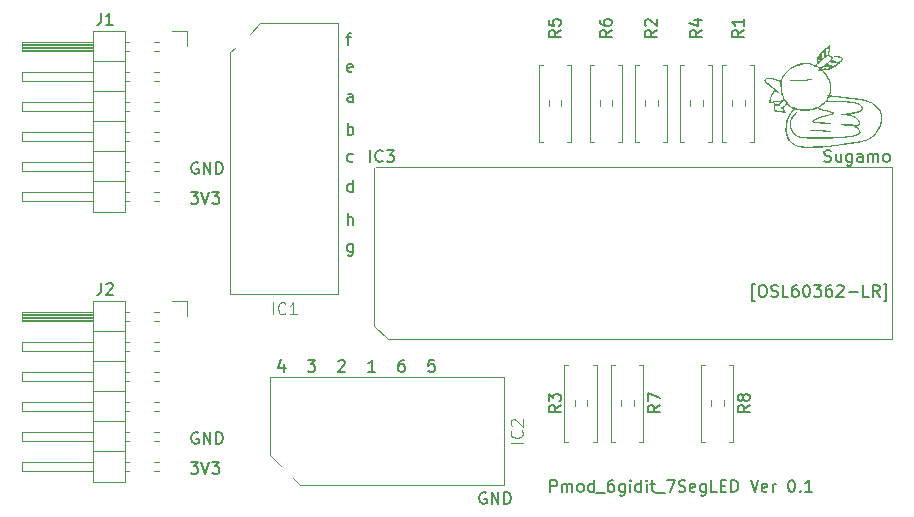
<source format=gbr>
%TF.GenerationSoftware,KiCad,Pcbnew,7.0.1*%
%TF.CreationDate,2023-05-14T00:25:17+09:00*%
%TF.ProjectId,Pmod_7Seg,506d6f64-5f37-4536-9567-2e6b69636164,rev?*%
%TF.SameCoordinates,Original*%
%TF.FileFunction,Legend,Top*%
%TF.FilePolarity,Positive*%
%FSLAX46Y46*%
G04 Gerber Fmt 4.6, Leading zero omitted, Abs format (unit mm)*
G04 Created by KiCad (PCBNEW 7.0.1) date 2023-05-14 00:25:17*
%MOMM*%
%LPD*%
G01*
G04 APERTURE LIST*
%ADD10C,0.150000*%
%ADD11C,0.125000*%
%ADD12C,0.120000*%
G04 APERTURE END LIST*
D10*
X144383095Y-103763619D02*
X144383095Y-102763619D01*
X144383095Y-102763619D02*
X144764047Y-102763619D01*
X144764047Y-102763619D02*
X144859285Y-102811238D01*
X144859285Y-102811238D02*
X144906904Y-102858857D01*
X144906904Y-102858857D02*
X144954523Y-102954095D01*
X144954523Y-102954095D02*
X144954523Y-103096952D01*
X144954523Y-103096952D02*
X144906904Y-103192190D01*
X144906904Y-103192190D02*
X144859285Y-103239809D01*
X144859285Y-103239809D02*
X144764047Y-103287428D01*
X144764047Y-103287428D02*
X144383095Y-103287428D01*
X145383095Y-103763619D02*
X145383095Y-103096952D01*
X145383095Y-103192190D02*
X145430714Y-103144571D01*
X145430714Y-103144571D02*
X145525952Y-103096952D01*
X145525952Y-103096952D02*
X145668809Y-103096952D01*
X145668809Y-103096952D02*
X145764047Y-103144571D01*
X145764047Y-103144571D02*
X145811666Y-103239809D01*
X145811666Y-103239809D02*
X145811666Y-103763619D01*
X145811666Y-103239809D02*
X145859285Y-103144571D01*
X145859285Y-103144571D02*
X145954523Y-103096952D01*
X145954523Y-103096952D02*
X146097380Y-103096952D01*
X146097380Y-103096952D02*
X146192619Y-103144571D01*
X146192619Y-103144571D02*
X146240238Y-103239809D01*
X146240238Y-103239809D02*
X146240238Y-103763619D01*
X146859285Y-103763619D02*
X146764047Y-103716000D01*
X146764047Y-103716000D02*
X146716428Y-103668380D01*
X146716428Y-103668380D02*
X146668809Y-103573142D01*
X146668809Y-103573142D02*
X146668809Y-103287428D01*
X146668809Y-103287428D02*
X146716428Y-103192190D01*
X146716428Y-103192190D02*
X146764047Y-103144571D01*
X146764047Y-103144571D02*
X146859285Y-103096952D01*
X146859285Y-103096952D02*
X147002142Y-103096952D01*
X147002142Y-103096952D02*
X147097380Y-103144571D01*
X147097380Y-103144571D02*
X147144999Y-103192190D01*
X147144999Y-103192190D02*
X147192618Y-103287428D01*
X147192618Y-103287428D02*
X147192618Y-103573142D01*
X147192618Y-103573142D02*
X147144999Y-103668380D01*
X147144999Y-103668380D02*
X147097380Y-103716000D01*
X147097380Y-103716000D02*
X147002142Y-103763619D01*
X147002142Y-103763619D02*
X146859285Y-103763619D01*
X148049761Y-103763619D02*
X148049761Y-102763619D01*
X148049761Y-103716000D02*
X147954523Y-103763619D01*
X147954523Y-103763619D02*
X147764047Y-103763619D01*
X147764047Y-103763619D02*
X147668809Y-103716000D01*
X147668809Y-103716000D02*
X147621190Y-103668380D01*
X147621190Y-103668380D02*
X147573571Y-103573142D01*
X147573571Y-103573142D02*
X147573571Y-103287428D01*
X147573571Y-103287428D02*
X147621190Y-103192190D01*
X147621190Y-103192190D02*
X147668809Y-103144571D01*
X147668809Y-103144571D02*
X147764047Y-103096952D01*
X147764047Y-103096952D02*
X147954523Y-103096952D01*
X147954523Y-103096952D02*
X148049761Y-103144571D01*
X148287857Y-103858857D02*
X149049761Y-103858857D01*
X149716428Y-102763619D02*
X149525952Y-102763619D01*
X149525952Y-102763619D02*
X149430714Y-102811238D01*
X149430714Y-102811238D02*
X149383095Y-102858857D01*
X149383095Y-102858857D02*
X149287857Y-103001714D01*
X149287857Y-103001714D02*
X149240238Y-103192190D01*
X149240238Y-103192190D02*
X149240238Y-103573142D01*
X149240238Y-103573142D02*
X149287857Y-103668380D01*
X149287857Y-103668380D02*
X149335476Y-103716000D01*
X149335476Y-103716000D02*
X149430714Y-103763619D01*
X149430714Y-103763619D02*
X149621190Y-103763619D01*
X149621190Y-103763619D02*
X149716428Y-103716000D01*
X149716428Y-103716000D02*
X149764047Y-103668380D01*
X149764047Y-103668380D02*
X149811666Y-103573142D01*
X149811666Y-103573142D02*
X149811666Y-103335047D01*
X149811666Y-103335047D02*
X149764047Y-103239809D01*
X149764047Y-103239809D02*
X149716428Y-103192190D01*
X149716428Y-103192190D02*
X149621190Y-103144571D01*
X149621190Y-103144571D02*
X149430714Y-103144571D01*
X149430714Y-103144571D02*
X149335476Y-103192190D01*
X149335476Y-103192190D02*
X149287857Y-103239809D01*
X149287857Y-103239809D02*
X149240238Y-103335047D01*
X150668809Y-103096952D02*
X150668809Y-103906476D01*
X150668809Y-103906476D02*
X150621190Y-104001714D01*
X150621190Y-104001714D02*
X150573571Y-104049333D01*
X150573571Y-104049333D02*
X150478333Y-104096952D01*
X150478333Y-104096952D02*
X150335476Y-104096952D01*
X150335476Y-104096952D02*
X150240238Y-104049333D01*
X150668809Y-103716000D02*
X150573571Y-103763619D01*
X150573571Y-103763619D02*
X150383095Y-103763619D01*
X150383095Y-103763619D02*
X150287857Y-103716000D01*
X150287857Y-103716000D02*
X150240238Y-103668380D01*
X150240238Y-103668380D02*
X150192619Y-103573142D01*
X150192619Y-103573142D02*
X150192619Y-103287428D01*
X150192619Y-103287428D02*
X150240238Y-103192190D01*
X150240238Y-103192190D02*
X150287857Y-103144571D01*
X150287857Y-103144571D02*
X150383095Y-103096952D01*
X150383095Y-103096952D02*
X150573571Y-103096952D01*
X150573571Y-103096952D02*
X150668809Y-103144571D01*
X151145000Y-103763619D02*
X151145000Y-103096952D01*
X151145000Y-102763619D02*
X151097381Y-102811238D01*
X151097381Y-102811238D02*
X151145000Y-102858857D01*
X151145000Y-102858857D02*
X151192619Y-102811238D01*
X151192619Y-102811238D02*
X151145000Y-102763619D01*
X151145000Y-102763619D02*
X151145000Y-102858857D01*
X152049761Y-103763619D02*
X152049761Y-102763619D01*
X152049761Y-103716000D02*
X151954523Y-103763619D01*
X151954523Y-103763619D02*
X151764047Y-103763619D01*
X151764047Y-103763619D02*
X151668809Y-103716000D01*
X151668809Y-103716000D02*
X151621190Y-103668380D01*
X151621190Y-103668380D02*
X151573571Y-103573142D01*
X151573571Y-103573142D02*
X151573571Y-103287428D01*
X151573571Y-103287428D02*
X151621190Y-103192190D01*
X151621190Y-103192190D02*
X151668809Y-103144571D01*
X151668809Y-103144571D02*
X151764047Y-103096952D01*
X151764047Y-103096952D02*
X151954523Y-103096952D01*
X151954523Y-103096952D02*
X152049761Y-103144571D01*
X152525952Y-103763619D02*
X152525952Y-103096952D01*
X152525952Y-102763619D02*
X152478333Y-102811238D01*
X152478333Y-102811238D02*
X152525952Y-102858857D01*
X152525952Y-102858857D02*
X152573571Y-102811238D01*
X152573571Y-102811238D02*
X152525952Y-102763619D01*
X152525952Y-102763619D02*
X152525952Y-102858857D01*
X152859285Y-103096952D02*
X153240237Y-103096952D01*
X153002142Y-102763619D02*
X153002142Y-103620761D01*
X153002142Y-103620761D02*
X153049761Y-103716000D01*
X153049761Y-103716000D02*
X153144999Y-103763619D01*
X153144999Y-103763619D02*
X153240237Y-103763619D01*
X153335476Y-103858857D02*
X154097380Y-103858857D01*
X154240238Y-102763619D02*
X154906904Y-102763619D01*
X154906904Y-102763619D02*
X154478333Y-103763619D01*
X155240238Y-103716000D02*
X155383095Y-103763619D01*
X155383095Y-103763619D02*
X155621190Y-103763619D01*
X155621190Y-103763619D02*
X155716428Y-103716000D01*
X155716428Y-103716000D02*
X155764047Y-103668380D01*
X155764047Y-103668380D02*
X155811666Y-103573142D01*
X155811666Y-103573142D02*
X155811666Y-103477904D01*
X155811666Y-103477904D02*
X155764047Y-103382666D01*
X155764047Y-103382666D02*
X155716428Y-103335047D01*
X155716428Y-103335047D02*
X155621190Y-103287428D01*
X155621190Y-103287428D02*
X155430714Y-103239809D01*
X155430714Y-103239809D02*
X155335476Y-103192190D01*
X155335476Y-103192190D02*
X155287857Y-103144571D01*
X155287857Y-103144571D02*
X155240238Y-103049333D01*
X155240238Y-103049333D02*
X155240238Y-102954095D01*
X155240238Y-102954095D02*
X155287857Y-102858857D01*
X155287857Y-102858857D02*
X155335476Y-102811238D01*
X155335476Y-102811238D02*
X155430714Y-102763619D01*
X155430714Y-102763619D02*
X155668809Y-102763619D01*
X155668809Y-102763619D02*
X155811666Y-102811238D01*
X156621190Y-103716000D02*
X156525952Y-103763619D01*
X156525952Y-103763619D02*
X156335476Y-103763619D01*
X156335476Y-103763619D02*
X156240238Y-103716000D01*
X156240238Y-103716000D02*
X156192619Y-103620761D01*
X156192619Y-103620761D02*
X156192619Y-103239809D01*
X156192619Y-103239809D02*
X156240238Y-103144571D01*
X156240238Y-103144571D02*
X156335476Y-103096952D01*
X156335476Y-103096952D02*
X156525952Y-103096952D01*
X156525952Y-103096952D02*
X156621190Y-103144571D01*
X156621190Y-103144571D02*
X156668809Y-103239809D01*
X156668809Y-103239809D02*
X156668809Y-103335047D01*
X156668809Y-103335047D02*
X156192619Y-103430285D01*
X157525952Y-103096952D02*
X157525952Y-103906476D01*
X157525952Y-103906476D02*
X157478333Y-104001714D01*
X157478333Y-104001714D02*
X157430714Y-104049333D01*
X157430714Y-104049333D02*
X157335476Y-104096952D01*
X157335476Y-104096952D02*
X157192619Y-104096952D01*
X157192619Y-104096952D02*
X157097381Y-104049333D01*
X157525952Y-103716000D02*
X157430714Y-103763619D01*
X157430714Y-103763619D02*
X157240238Y-103763619D01*
X157240238Y-103763619D02*
X157145000Y-103716000D01*
X157145000Y-103716000D02*
X157097381Y-103668380D01*
X157097381Y-103668380D02*
X157049762Y-103573142D01*
X157049762Y-103573142D02*
X157049762Y-103287428D01*
X157049762Y-103287428D02*
X157097381Y-103192190D01*
X157097381Y-103192190D02*
X157145000Y-103144571D01*
X157145000Y-103144571D02*
X157240238Y-103096952D01*
X157240238Y-103096952D02*
X157430714Y-103096952D01*
X157430714Y-103096952D02*
X157525952Y-103144571D01*
X158478333Y-103763619D02*
X158002143Y-103763619D01*
X158002143Y-103763619D02*
X158002143Y-102763619D01*
X158811667Y-103239809D02*
X159145000Y-103239809D01*
X159287857Y-103763619D02*
X158811667Y-103763619D01*
X158811667Y-103763619D02*
X158811667Y-102763619D01*
X158811667Y-102763619D02*
X159287857Y-102763619D01*
X159716429Y-103763619D02*
X159716429Y-102763619D01*
X159716429Y-102763619D02*
X159954524Y-102763619D01*
X159954524Y-102763619D02*
X160097381Y-102811238D01*
X160097381Y-102811238D02*
X160192619Y-102906476D01*
X160192619Y-102906476D02*
X160240238Y-103001714D01*
X160240238Y-103001714D02*
X160287857Y-103192190D01*
X160287857Y-103192190D02*
X160287857Y-103335047D01*
X160287857Y-103335047D02*
X160240238Y-103525523D01*
X160240238Y-103525523D02*
X160192619Y-103620761D01*
X160192619Y-103620761D02*
X160097381Y-103716000D01*
X160097381Y-103716000D02*
X159954524Y-103763619D01*
X159954524Y-103763619D02*
X159716429Y-103763619D01*
X161335477Y-102763619D02*
X161668810Y-103763619D01*
X161668810Y-103763619D02*
X162002143Y-102763619D01*
X162716429Y-103716000D02*
X162621191Y-103763619D01*
X162621191Y-103763619D02*
X162430715Y-103763619D01*
X162430715Y-103763619D02*
X162335477Y-103716000D01*
X162335477Y-103716000D02*
X162287858Y-103620761D01*
X162287858Y-103620761D02*
X162287858Y-103239809D01*
X162287858Y-103239809D02*
X162335477Y-103144571D01*
X162335477Y-103144571D02*
X162430715Y-103096952D01*
X162430715Y-103096952D02*
X162621191Y-103096952D01*
X162621191Y-103096952D02*
X162716429Y-103144571D01*
X162716429Y-103144571D02*
X162764048Y-103239809D01*
X162764048Y-103239809D02*
X162764048Y-103335047D01*
X162764048Y-103335047D02*
X162287858Y-103430285D01*
X163192620Y-103763619D02*
X163192620Y-103096952D01*
X163192620Y-103287428D02*
X163240239Y-103192190D01*
X163240239Y-103192190D02*
X163287858Y-103144571D01*
X163287858Y-103144571D02*
X163383096Y-103096952D01*
X163383096Y-103096952D02*
X163478334Y-103096952D01*
X164764049Y-102763619D02*
X164859287Y-102763619D01*
X164859287Y-102763619D02*
X164954525Y-102811238D01*
X164954525Y-102811238D02*
X165002144Y-102858857D01*
X165002144Y-102858857D02*
X165049763Y-102954095D01*
X165049763Y-102954095D02*
X165097382Y-103144571D01*
X165097382Y-103144571D02*
X165097382Y-103382666D01*
X165097382Y-103382666D02*
X165049763Y-103573142D01*
X165049763Y-103573142D02*
X165002144Y-103668380D01*
X165002144Y-103668380D02*
X164954525Y-103716000D01*
X164954525Y-103716000D02*
X164859287Y-103763619D01*
X164859287Y-103763619D02*
X164764049Y-103763619D01*
X164764049Y-103763619D02*
X164668811Y-103716000D01*
X164668811Y-103716000D02*
X164621192Y-103668380D01*
X164621192Y-103668380D02*
X164573573Y-103573142D01*
X164573573Y-103573142D02*
X164525954Y-103382666D01*
X164525954Y-103382666D02*
X164525954Y-103144571D01*
X164525954Y-103144571D02*
X164573573Y-102954095D01*
X164573573Y-102954095D02*
X164621192Y-102858857D01*
X164621192Y-102858857D02*
X164668811Y-102811238D01*
X164668811Y-102811238D02*
X164764049Y-102763619D01*
X165525954Y-103668380D02*
X165573573Y-103716000D01*
X165573573Y-103716000D02*
X165525954Y-103763619D01*
X165525954Y-103763619D02*
X165478335Y-103716000D01*
X165478335Y-103716000D02*
X165525954Y-103668380D01*
X165525954Y-103668380D02*
X165525954Y-103763619D01*
X166525953Y-103763619D02*
X165954525Y-103763619D01*
X166240239Y-103763619D02*
X166240239Y-102763619D01*
X166240239Y-102763619D02*
X166145001Y-102906476D01*
X166145001Y-102906476D02*
X166049763Y-103001714D01*
X166049763Y-103001714D02*
X165954525Y-103049333D01*
X167576476Y-75776000D02*
X167719333Y-75823619D01*
X167719333Y-75823619D02*
X167957428Y-75823619D01*
X167957428Y-75823619D02*
X168052666Y-75776000D01*
X168052666Y-75776000D02*
X168100285Y-75728380D01*
X168100285Y-75728380D02*
X168147904Y-75633142D01*
X168147904Y-75633142D02*
X168147904Y-75537904D01*
X168147904Y-75537904D02*
X168100285Y-75442666D01*
X168100285Y-75442666D02*
X168052666Y-75395047D01*
X168052666Y-75395047D02*
X167957428Y-75347428D01*
X167957428Y-75347428D02*
X167766952Y-75299809D01*
X167766952Y-75299809D02*
X167671714Y-75252190D01*
X167671714Y-75252190D02*
X167624095Y-75204571D01*
X167624095Y-75204571D02*
X167576476Y-75109333D01*
X167576476Y-75109333D02*
X167576476Y-75014095D01*
X167576476Y-75014095D02*
X167624095Y-74918857D01*
X167624095Y-74918857D02*
X167671714Y-74871238D01*
X167671714Y-74871238D02*
X167766952Y-74823619D01*
X167766952Y-74823619D02*
X168005047Y-74823619D01*
X168005047Y-74823619D02*
X168147904Y-74871238D01*
X169005047Y-75156952D02*
X169005047Y-75823619D01*
X168576476Y-75156952D02*
X168576476Y-75680761D01*
X168576476Y-75680761D02*
X168624095Y-75776000D01*
X168624095Y-75776000D02*
X168719333Y-75823619D01*
X168719333Y-75823619D02*
X168862190Y-75823619D01*
X168862190Y-75823619D02*
X168957428Y-75776000D01*
X168957428Y-75776000D02*
X169005047Y-75728380D01*
X169909809Y-75156952D02*
X169909809Y-75966476D01*
X169909809Y-75966476D02*
X169862190Y-76061714D01*
X169862190Y-76061714D02*
X169814571Y-76109333D01*
X169814571Y-76109333D02*
X169719333Y-76156952D01*
X169719333Y-76156952D02*
X169576476Y-76156952D01*
X169576476Y-76156952D02*
X169481238Y-76109333D01*
X169909809Y-75776000D02*
X169814571Y-75823619D01*
X169814571Y-75823619D02*
X169624095Y-75823619D01*
X169624095Y-75823619D02*
X169528857Y-75776000D01*
X169528857Y-75776000D02*
X169481238Y-75728380D01*
X169481238Y-75728380D02*
X169433619Y-75633142D01*
X169433619Y-75633142D02*
X169433619Y-75347428D01*
X169433619Y-75347428D02*
X169481238Y-75252190D01*
X169481238Y-75252190D02*
X169528857Y-75204571D01*
X169528857Y-75204571D02*
X169624095Y-75156952D01*
X169624095Y-75156952D02*
X169814571Y-75156952D01*
X169814571Y-75156952D02*
X169909809Y-75204571D01*
X170814571Y-75823619D02*
X170814571Y-75299809D01*
X170814571Y-75299809D02*
X170766952Y-75204571D01*
X170766952Y-75204571D02*
X170671714Y-75156952D01*
X170671714Y-75156952D02*
X170481238Y-75156952D01*
X170481238Y-75156952D02*
X170386000Y-75204571D01*
X170814571Y-75776000D02*
X170719333Y-75823619D01*
X170719333Y-75823619D02*
X170481238Y-75823619D01*
X170481238Y-75823619D02*
X170386000Y-75776000D01*
X170386000Y-75776000D02*
X170338381Y-75680761D01*
X170338381Y-75680761D02*
X170338381Y-75585523D01*
X170338381Y-75585523D02*
X170386000Y-75490285D01*
X170386000Y-75490285D02*
X170481238Y-75442666D01*
X170481238Y-75442666D02*
X170719333Y-75442666D01*
X170719333Y-75442666D02*
X170814571Y-75395047D01*
X171290762Y-75823619D02*
X171290762Y-75156952D01*
X171290762Y-75252190D02*
X171338381Y-75204571D01*
X171338381Y-75204571D02*
X171433619Y-75156952D01*
X171433619Y-75156952D02*
X171576476Y-75156952D01*
X171576476Y-75156952D02*
X171671714Y-75204571D01*
X171671714Y-75204571D02*
X171719333Y-75299809D01*
X171719333Y-75299809D02*
X171719333Y-75823619D01*
X171719333Y-75299809D02*
X171766952Y-75204571D01*
X171766952Y-75204571D02*
X171862190Y-75156952D01*
X171862190Y-75156952D02*
X172005047Y-75156952D01*
X172005047Y-75156952D02*
X172100286Y-75204571D01*
X172100286Y-75204571D02*
X172147905Y-75299809D01*
X172147905Y-75299809D02*
X172147905Y-75823619D01*
X172766952Y-75823619D02*
X172671714Y-75776000D01*
X172671714Y-75776000D02*
X172624095Y-75728380D01*
X172624095Y-75728380D02*
X172576476Y-75633142D01*
X172576476Y-75633142D02*
X172576476Y-75347428D01*
X172576476Y-75347428D02*
X172624095Y-75252190D01*
X172624095Y-75252190D02*
X172671714Y-75204571D01*
X172671714Y-75204571D02*
X172766952Y-75156952D01*
X172766952Y-75156952D02*
X172909809Y-75156952D01*
X172909809Y-75156952D02*
X173005047Y-75204571D01*
X173005047Y-75204571D02*
X173052666Y-75252190D01*
X173052666Y-75252190D02*
X173100285Y-75347428D01*
X173100285Y-75347428D02*
X173100285Y-75633142D01*
X173100285Y-75633142D02*
X173052666Y-75728380D01*
X173052666Y-75728380D02*
X173005047Y-75776000D01*
X173005047Y-75776000D02*
X172909809Y-75823619D01*
X172909809Y-75823619D02*
X172766952Y-75823619D01*
X138937904Y-103827238D02*
X138842666Y-103779619D01*
X138842666Y-103779619D02*
X138699809Y-103779619D01*
X138699809Y-103779619D02*
X138556952Y-103827238D01*
X138556952Y-103827238D02*
X138461714Y-103922476D01*
X138461714Y-103922476D02*
X138414095Y-104017714D01*
X138414095Y-104017714D02*
X138366476Y-104208190D01*
X138366476Y-104208190D02*
X138366476Y-104351047D01*
X138366476Y-104351047D02*
X138414095Y-104541523D01*
X138414095Y-104541523D02*
X138461714Y-104636761D01*
X138461714Y-104636761D02*
X138556952Y-104732000D01*
X138556952Y-104732000D02*
X138699809Y-104779619D01*
X138699809Y-104779619D02*
X138795047Y-104779619D01*
X138795047Y-104779619D02*
X138937904Y-104732000D01*
X138937904Y-104732000D02*
X138985523Y-104684380D01*
X138985523Y-104684380D02*
X138985523Y-104351047D01*
X138985523Y-104351047D02*
X138795047Y-104351047D01*
X139414095Y-104779619D02*
X139414095Y-103779619D01*
X139414095Y-103779619D02*
X139985523Y-104779619D01*
X139985523Y-104779619D02*
X139985523Y-103779619D01*
X140461714Y-104779619D02*
X140461714Y-103779619D01*
X140461714Y-103779619D02*
X140699809Y-103779619D01*
X140699809Y-103779619D02*
X140842666Y-103827238D01*
X140842666Y-103827238D02*
X140937904Y-103922476D01*
X140937904Y-103922476D02*
X140985523Y-104017714D01*
X140985523Y-104017714D02*
X141033142Y-104208190D01*
X141033142Y-104208190D02*
X141033142Y-104351047D01*
X141033142Y-104351047D02*
X140985523Y-104541523D01*
X140985523Y-104541523D02*
X140937904Y-104636761D01*
X140937904Y-104636761D02*
X140842666Y-104732000D01*
X140842666Y-104732000D02*
X140699809Y-104779619D01*
X140699809Y-104779619D02*
X140461714Y-104779619D01*
X131984666Y-92603619D02*
X131794190Y-92603619D01*
X131794190Y-92603619D02*
X131698952Y-92651238D01*
X131698952Y-92651238D02*
X131651333Y-92698857D01*
X131651333Y-92698857D02*
X131556095Y-92841714D01*
X131556095Y-92841714D02*
X131508476Y-93032190D01*
X131508476Y-93032190D02*
X131508476Y-93413142D01*
X131508476Y-93413142D02*
X131556095Y-93508380D01*
X131556095Y-93508380D02*
X131603714Y-93556000D01*
X131603714Y-93556000D02*
X131698952Y-93603619D01*
X131698952Y-93603619D02*
X131889428Y-93603619D01*
X131889428Y-93603619D02*
X131984666Y-93556000D01*
X131984666Y-93556000D02*
X132032285Y-93508380D01*
X132032285Y-93508380D02*
X132079904Y-93413142D01*
X132079904Y-93413142D02*
X132079904Y-93175047D01*
X132079904Y-93175047D02*
X132032285Y-93079809D01*
X132032285Y-93079809D02*
X131984666Y-93032190D01*
X131984666Y-93032190D02*
X131889428Y-92984571D01*
X131889428Y-92984571D02*
X131698952Y-92984571D01*
X131698952Y-92984571D02*
X131603714Y-93032190D01*
X131603714Y-93032190D02*
X131556095Y-93079809D01*
X131556095Y-93079809D02*
X131508476Y-93175047D01*
X134572285Y-92603619D02*
X134096095Y-92603619D01*
X134096095Y-92603619D02*
X134048476Y-93079809D01*
X134048476Y-93079809D02*
X134096095Y-93032190D01*
X134096095Y-93032190D02*
X134191333Y-92984571D01*
X134191333Y-92984571D02*
X134429428Y-92984571D01*
X134429428Y-92984571D02*
X134524666Y-93032190D01*
X134524666Y-93032190D02*
X134572285Y-93079809D01*
X134572285Y-93079809D02*
X134619904Y-93175047D01*
X134619904Y-93175047D02*
X134619904Y-93413142D01*
X134619904Y-93413142D02*
X134572285Y-93508380D01*
X134572285Y-93508380D02*
X134524666Y-93556000D01*
X134524666Y-93556000D02*
X134429428Y-93603619D01*
X134429428Y-93603619D02*
X134191333Y-93603619D01*
X134191333Y-93603619D02*
X134096095Y-93556000D01*
X134096095Y-93556000D02*
X134048476Y-93508380D01*
X121824666Y-92936952D02*
X121824666Y-93603619D01*
X121586571Y-92556000D02*
X121348476Y-93270285D01*
X121348476Y-93270285D02*
X121967523Y-93270285D01*
X123840857Y-92603619D02*
X124459904Y-92603619D01*
X124459904Y-92603619D02*
X124126571Y-92984571D01*
X124126571Y-92984571D02*
X124269428Y-92984571D01*
X124269428Y-92984571D02*
X124364666Y-93032190D01*
X124364666Y-93032190D02*
X124412285Y-93079809D01*
X124412285Y-93079809D02*
X124459904Y-93175047D01*
X124459904Y-93175047D02*
X124459904Y-93413142D01*
X124459904Y-93413142D02*
X124412285Y-93508380D01*
X124412285Y-93508380D02*
X124364666Y-93556000D01*
X124364666Y-93556000D02*
X124269428Y-93603619D01*
X124269428Y-93603619D02*
X123983714Y-93603619D01*
X123983714Y-93603619D02*
X123888476Y-93556000D01*
X123888476Y-93556000D02*
X123840857Y-93508380D01*
X126428476Y-92698857D02*
X126476095Y-92651238D01*
X126476095Y-92651238D02*
X126571333Y-92603619D01*
X126571333Y-92603619D02*
X126809428Y-92603619D01*
X126809428Y-92603619D02*
X126904666Y-92651238D01*
X126904666Y-92651238D02*
X126952285Y-92698857D01*
X126952285Y-92698857D02*
X126999904Y-92794095D01*
X126999904Y-92794095D02*
X126999904Y-92889333D01*
X126999904Y-92889333D02*
X126952285Y-93032190D01*
X126952285Y-93032190D02*
X126380857Y-93603619D01*
X126380857Y-93603619D02*
X126999904Y-93603619D01*
X129539904Y-93603619D02*
X128968476Y-93603619D01*
X129254190Y-93603619D02*
X129254190Y-92603619D01*
X129254190Y-92603619D02*
X129158952Y-92746476D01*
X129158952Y-92746476D02*
X129063714Y-92841714D01*
X129063714Y-92841714D02*
X128968476Y-92889333D01*
X114553904Y-98747238D02*
X114458666Y-98699619D01*
X114458666Y-98699619D02*
X114315809Y-98699619D01*
X114315809Y-98699619D02*
X114172952Y-98747238D01*
X114172952Y-98747238D02*
X114077714Y-98842476D01*
X114077714Y-98842476D02*
X114030095Y-98937714D01*
X114030095Y-98937714D02*
X113982476Y-99128190D01*
X113982476Y-99128190D02*
X113982476Y-99271047D01*
X113982476Y-99271047D02*
X114030095Y-99461523D01*
X114030095Y-99461523D02*
X114077714Y-99556761D01*
X114077714Y-99556761D02*
X114172952Y-99652000D01*
X114172952Y-99652000D02*
X114315809Y-99699619D01*
X114315809Y-99699619D02*
X114411047Y-99699619D01*
X114411047Y-99699619D02*
X114553904Y-99652000D01*
X114553904Y-99652000D02*
X114601523Y-99604380D01*
X114601523Y-99604380D02*
X114601523Y-99271047D01*
X114601523Y-99271047D02*
X114411047Y-99271047D01*
X115030095Y-99699619D02*
X115030095Y-98699619D01*
X115030095Y-98699619D02*
X115601523Y-99699619D01*
X115601523Y-99699619D02*
X115601523Y-98699619D01*
X116077714Y-99699619D02*
X116077714Y-98699619D01*
X116077714Y-98699619D02*
X116315809Y-98699619D01*
X116315809Y-98699619D02*
X116458666Y-98747238D01*
X116458666Y-98747238D02*
X116553904Y-98842476D01*
X116553904Y-98842476D02*
X116601523Y-98937714D01*
X116601523Y-98937714D02*
X116649142Y-99128190D01*
X116649142Y-99128190D02*
X116649142Y-99271047D01*
X116649142Y-99271047D02*
X116601523Y-99461523D01*
X116601523Y-99461523D02*
X116553904Y-99556761D01*
X116553904Y-99556761D02*
X116458666Y-99652000D01*
X116458666Y-99652000D02*
X116315809Y-99699619D01*
X116315809Y-99699619D02*
X116077714Y-99699619D01*
X113934857Y-101239619D02*
X114553904Y-101239619D01*
X114553904Y-101239619D02*
X114220571Y-101620571D01*
X114220571Y-101620571D02*
X114363428Y-101620571D01*
X114363428Y-101620571D02*
X114458666Y-101668190D01*
X114458666Y-101668190D02*
X114506285Y-101715809D01*
X114506285Y-101715809D02*
X114553904Y-101811047D01*
X114553904Y-101811047D02*
X114553904Y-102049142D01*
X114553904Y-102049142D02*
X114506285Y-102144380D01*
X114506285Y-102144380D02*
X114458666Y-102192000D01*
X114458666Y-102192000D02*
X114363428Y-102239619D01*
X114363428Y-102239619D02*
X114077714Y-102239619D01*
X114077714Y-102239619D02*
X113982476Y-102192000D01*
X113982476Y-102192000D02*
X113934857Y-102144380D01*
X114839619Y-101239619D02*
X115172952Y-102239619D01*
X115172952Y-102239619D02*
X115506285Y-101239619D01*
X115744381Y-101239619D02*
X116363428Y-101239619D01*
X116363428Y-101239619D02*
X116030095Y-101620571D01*
X116030095Y-101620571D02*
X116172952Y-101620571D01*
X116172952Y-101620571D02*
X116268190Y-101668190D01*
X116268190Y-101668190D02*
X116315809Y-101715809D01*
X116315809Y-101715809D02*
X116363428Y-101811047D01*
X116363428Y-101811047D02*
X116363428Y-102049142D01*
X116363428Y-102049142D02*
X116315809Y-102144380D01*
X116315809Y-102144380D02*
X116268190Y-102192000D01*
X116268190Y-102192000D02*
X116172952Y-102239619D01*
X116172952Y-102239619D02*
X115887238Y-102239619D01*
X115887238Y-102239619D02*
X115792000Y-102192000D01*
X115792000Y-102192000D02*
X115744381Y-102144380D01*
X114553904Y-75887238D02*
X114458666Y-75839619D01*
X114458666Y-75839619D02*
X114315809Y-75839619D01*
X114315809Y-75839619D02*
X114172952Y-75887238D01*
X114172952Y-75887238D02*
X114077714Y-75982476D01*
X114077714Y-75982476D02*
X114030095Y-76077714D01*
X114030095Y-76077714D02*
X113982476Y-76268190D01*
X113982476Y-76268190D02*
X113982476Y-76411047D01*
X113982476Y-76411047D02*
X114030095Y-76601523D01*
X114030095Y-76601523D02*
X114077714Y-76696761D01*
X114077714Y-76696761D02*
X114172952Y-76792000D01*
X114172952Y-76792000D02*
X114315809Y-76839619D01*
X114315809Y-76839619D02*
X114411047Y-76839619D01*
X114411047Y-76839619D02*
X114553904Y-76792000D01*
X114553904Y-76792000D02*
X114601523Y-76744380D01*
X114601523Y-76744380D02*
X114601523Y-76411047D01*
X114601523Y-76411047D02*
X114411047Y-76411047D01*
X115030095Y-76839619D02*
X115030095Y-75839619D01*
X115030095Y-75839619D02*
X115601523Y-76839619D01*
X115601523Y-76839619D02*
X115601523Y-75839619D01*
X116077714Y-76839619D02*
X116077714Y-75839619D01*
X116077714Y-75839619D02*
X116315809Y-75839619D01*
X116315809Y-75839619D02*
X116458666Y-75887238D01*
X116458666Y-75887238D02*
X116553904Y-75982476D01*
X116553904Y-75982476D02*
X116601523Y-76077714D01*
X116601523Y-76077714D02*
X116649142Y-76268190D01*
X116649142Y-76268190D02*
X116649142Y-76411047D01*
X116649142Y-76411047D02*
X116601523Y-76601523D01*
X116601523Y-76601523D02*
X116553904Y-76696761D01*
X116553904Y-76696761D02*
X116458666Y-76792000D01*
X116458666Y-76792000D02*
X116315809Y-76839619D01*
X116315809Y-76839619D02*
X116077714Y-76839619D01*
X113934857Y-78379619D02*
X114553904Y-78379619D01*
X114553904Y-78379619D02*
X114220571Y-78760571D01*
X114220571Y-78760571D02*
X114363428Y-78760571D01*
X114363428Y-78760571D02*
X114458666Y-78808190D01*
X114458666Y-78808190D02*
X114506285Y-78855809D01*
X114506285Y-78855809D02*
X114553904Y-78951047D01*
X114553904Y-78951047D02*
X114553904Y-79189142D01*
X114553904Y-79189142D02*
X114506285Y-79284380D01*
X114506285Y-79284380D02*
X114458666Y-79332000D01*
X114458666Y-79332000D02*
X114363428Y-79379619D01*
X114363428Y-79379619D02*
X114077714Y-79379619D01*
X114077714Y-79379619D02*
X113982476Y-79332000D01*
X113982476Y-79332000D02*
X113934857Y-79284380D01*
X114839619Y-78379619D02*
X115172952Y-79379619D01*
X115172952Y-79379619D02*
X115506285Y-78379619D01*
X115744381Y-78379619D02*
X116363428Y-78379619D01*
X116363428Y-78379619D02*
X116030095Y-78760571D01*
X116030095Y-78760571D02*
X116172952Y-78760571D01*
X116172952Y-78760571D02*
X116268190Y-78808190D01*
X116268190Y-78808190D02*
X116315809Y-78855809D01*
X116315809Y-78855809D02*
X116363428Y-78951047D01*
X116363428Y-78951047D02*
X116363428Y-79189142D01*
X116363428Y-79189142D02*
X116315809Y-79284380D01*
X116315809Y-79284380D02*
X116268190Y-79332000D01*
X116268190Y-79332000D02*
X116172952Y-79379619D01*
X116172952Y-79379619D02*
X115887238Y-79379619D01*
X115887238Y-79379619D02*
X115792000Y-79332000D01*
X115792000Y-79332000D02*
X115744381Y-79284380D01*
X127238095Y-81157619D02*
X127238095Y-80157619D01*
X127666666Y-81157619D02*
X127666666Y-80633809D01*
X127666666Y-80633809D02*
X127619047Y-80538571D01*
X127619047Y-80538571D02*
X127523809Y-80490952D01*
X127523809Y-80490952D02*
X127380952Y-80490952D01*
X127380952Y-80490952D02*
X127285714Y-80538571D01*
X127285714Y-80538571D02*
X127238095Y-80586190D01*
X127666666Y-82776952D02*
X127666666Y-83586476D01*
X127666666Y-83586476D02*
X127619047Y-83681714D01*
X127619047Y-83681714D02*
X127571428Y-83729333D01*
X127571428Y-83729333D02*
X127476190Y-83776952D01*
X127476190Y-83776952D02*
X127333333Y-83776952D01*
X127333333Y-83776952D02*
X127238095Y-83729333D01*
X127666666Y-83396000D02*
X127571428Y-83443619D01*
X127571428Y-83443619D02*
X127380952Y-83443619D01*
X127380952Y-83443619D02*
X127285714Y-83396000D01*
X127285714Y-83396000D02*
X127238095Y-83348380D01*
X127238095Y-83348380D02*
X127190476Y-83253142D01*
X127190476Y-83253142D02*
X127190476Y-82967428D01*
X127190476Y-82967428D02*
X127238095Y-82872190D01*
X127238095Y-82872190D02*
X127285714Y-82824571D01*
X127285714Y-82824571D02*
X127380952Y-82776952D01*
X127380952Y-82776952D02*
X127571428Y-82776952D01*
X127571428Y-82776952D02*
X127666666Y-82824571D01*
X127095238Y-65250952D02*
X127476190Y-65250952D01*
X127238095Y-65917619D02*
X127238095Y-65060476D01*
X127238095Y-65060476D02*
X127285714Y-64965238D01*
X127285714Y-64965238D02*
X127380952Y-64917619D01*
X127380952Y-64917619D02*
X127476190Y-64917619D01*
X127619047Y-68156000D02*
X127523809Y-68203619D01*
X127523809Y-68203619D02*
X127333333Y-68203619D01*
X127333333Y-68203619D02*
X127238095Y-68156000D01*
X127238095Y-68156000D02*
X127190476Y-68060761D01*
X127190476Y-68060761D02*
X127190476Y-67679809D01*
X127190476Y-67679809D02*
X127238095Y-67584571D01*
X127238095Y-67584571D02*
X127333333Y-67536952D01*
X127333333Y-67536952D02*
X127523809Y-67536952D01*
X127523809Y-67536952D02*
X127619047Y-67584571D01*
X127619047Y-67584571D02*
X127666666Y-67679809D01*
X127666666Y-67679809D02*
X127666666Y-67775047D01*
X127666666Y-67775047D02*
X127190476Y-67870285D01*
X127666666Y-78363619D02*
X127666666Y-77363619D01*
X127666666Y-78316000D02*
X127571428Y-78363619D01*
X127571428Y-78363619D02*
X127380952Y-78363619D01*
X127380952Y-78363619D02*
X127285714Y-78316000D01*
X127285714Y-78316000D02*
X127238095Y-78268380D01*
X127238095Y-78268380D02*
X127190476Y-78173142D01*
X127190476Y-78173142D02*
X127190476Y-77887428D01*
X127190476Y-77887428D02*
X127238095Y-77792190D01*
X127238095Y-77792190D02*
X127285714Y-77744571D01*
X127285714Y-77744571D02*
X127380952Y-77696952D01*
X127380952Y-77696952D02*
X127571428Y-77696952D01*
X127571428Y-77696952D02*
X127666666Y-77744571D01*
X127666666Y-75776000D02*
X127571428Y-75823619D01*
X127571428Y-75823619D02*
X127380952Y-75823619D01*
X127380952Y-75823619D02*
X127285714Y-75776000D01*
X127285714Y-75776000D02*
X127238095Y-75728380D01*
X127238095Y-75728380D02*
X127190476Y-75633142D01*
X127190476Y-75633142D02*
X127190476Y-75347428D01*
X127190476Y-75347428D02*
X127238095Y-75252190D01*
X127238095Y-75252190D02*
X127285714Y-75204571D01*
X127285714Y-75204571D02*
X127380952Y-75156952D01*
X127380952Y-75156952D02*
X127571428Y-75156952D01*
X127571428Y-75156952D02*
X127666666Y-75204571D01*
X127238095Y-73537619D02*
X127238095Y-72537619D01*
X127238095Y-72918571D02*
X127333333Y-72870952D01*
X127333333Y-72870952D02*
X127523809Y-72870952D01*
X127523809Y-72870952D02*
X127619047Y-72918571D01*
X127619047Y-72918571D02*
X127666666Y-72966190D01*
X127666666Y-72966190D02*
X127714285Y-73061428D01*
X127714285Y-73061428D02*
X127714285Y-73347142D01*
X127714285Y-73347142D02*
X127666666Y-73442380D01*
X127666666Y-73442380D02*
X127619047Y-73490000D01*
X127619047Y-73490000D02*
X127523809Y-73537619D01*
X127523809Y-73537619D02*
X127333333Y-73537619D01*
X127333333Y-73537619D02*
X127238095Y-73490000D01*
X127666666Y-70743619D02*
X127666666Y-70219809D01*
X127666666Y-70219809D02*
X127619047Y-70124571D01*
X127619047Y-70124571D02*
X127523809Y-70076952D01*
X127523809Y-70076952D02*
X127333333Y-70076952D01*
X127333333Y-70076952D02*
X127238095Y-70124571D01*
X127666666Y-70696000D02*
X127571428Y-70743619D01*
X127571428Y-70743619D02*
X127333333Y-70743619D01*
X127333333Y-70743619D02*
X127238095Y-70696000D01*
X127238095Y-70696000D02*
X127190476Y-70600761D01*
X127190476Y-70600761D02*
X127190476Y-70505523D01*
X127190476Y-70505523D02*
X127238095Y-70410285D01*
X127238095Y-70410285D02*
X127333333Y-70362666D01*
X127333333Y-70362666D02*
X127571428Y-70362666D01*
X127571428Y-70362666D02*
X127666666Y-70315047D01*
X161686809Y-87586952D02*
X161448714Y-87586952D01*
X161448714Y-87586952D02*
X161448714Y-86158380D01*
X161448714Y-86158380D02*
X161686809Y-86158380D01*
X162258238Y-86253619D02*
X162448714Y-86253619D01*
X162448714Y-86253619D02*
X162543952Y-86301238D01*
X162543952Y-86301238D02*
X162639190Y-86396476D01*
X162639190Y-86396476D02*
X162686809Y-86586952D01*
X162686809Y-86586952D02*
X162686809Y-86920285D01*
X162686809Y-86920285D02*
X162639190Y-87110761D01*
X162639190Y-87110761D02*
X162543952Y-87206000D01*
X162543952Y-87206000D02*
X162448714Y-87253619D01*
X162448714Y-87253619D02*
X162258238Y-87253619D01*
X162258238Y-87253619D02*
X162163000Y-87206000D01*
X162163000Y-87206000D02*
X162067762Y-87110761D01*
X162067762Y-87110761D02*
X162020143Y-86920285D01*
X162020143Y-86920285D02*
X162020143Y-86586952D01*
X162020143Y-86586952D02*
X162067762Y-86396476D01*
X162067762Y-86396476D02*
X162163000Y-86301238D01*
X162163000Y-86301238D02*
X162258238Y-86253619D01*
X163067762Y-87206000D02*
X163210619Y-87253619D01*
X163210619Y-87253619D02*
X163448714Y-87253619D01*
X163448714Y-87253619D02*
X163543952Y-87206000D01*
X163543952Y-87206000D02*
X163591571Y-87158380D01*
X163591571Y-87158380D02*
X163639190Y-87063142D01*
X163639190Y-87063142D02*
X163639190Y-86967904D01*
X163639190Y-86967904D02*
X163591571Y-86872666D01*
X163591571Y-86872666D02*
X163543952Y-86825047D01*
X163543952Y-86825047D02*
X163448714Y-86777428D01*
X163448714Y-86777428D02*
X163258238Y-86729809D01*
X163258238Y-86729809D02*
X163163000Y-86682190D01*
X163163000Y-86682190D02*
X163115381Y-86634571D01*
X163115381Y-86634571D02*
X163067762Y-86539333D01*
X163067762Y-86539333D02*
X163067762Y-86444095D01*
X163067762Y-86444095D02*
X163115381Y-86348857D01*
X163115381Y-86348857D02*
X163163000Y-86301238D01*
X163163000Y-86301238D02*
X163258238Y-86253619D01*
X163258238Y-86253619D02*
X163496333Y-86253619D01*
X163496333Y-86253619D02*
X163639190Y-86301238D01*
X164543952Y-87253619D02*
X164067762Y-87253619D01*
X164067762Y-87253619D02*
X164067762Y-86253619D01*
X165305857Y-86253619D02*
X165115381Y-86253619D01*
X165115381Y-86253619D02*
X165020143Y-86301238D01*
X165020143Y-86301238D02*
X164972524Y-86348857D01*
X164972524Y-86348857D02*
X164877286Y-86491714D01*
X164877286Y-86491714D02*
X164829667Y-86682190D01*
X164829667Y-86682190D02*
X164829667Y-87063142D01*
X164829667Y-87063142D02*
X164877286Y-87158380D01*
X164877286Y-87158380D02*
X164924905Y-87206000D01*
X164924905Y-87206000D02*
X165020143Y-87253619D01*
X165020143Y-87253619D02*
X165210619Y-87253619D01*
X165210619Y-87253619D02*
X165305857Y-87206000D01*
X165305857Y-87206000D02*
X165353476Y-87158380D01*
X165353476Y-87158380D02*
X165401095Y-87063142D01*
X165401095Y-87063142D02*
X165401095Y-86825047D01*
X165401095Y-86825047D02*
X165353476Y-86729809D01*
X165353476Y-86729809D02*
X165305857Y-86682190D01*
X165305857Y-86682190D02*
X165210619Y-86634571D01*
X165210619Y-86634571D02*
X165020143Y-86634571D01*
X165020143Y-86634571D02*
X164924905Y-86682190D01*
X164924905Y-86682190D02*
X164877286Y-86729809D01*
X164877286Y-86729809D02*
X164829667Y-86825047D01*
X166020143Y-86253619D02*
X166115381Y-86253619D01*
X166115381Y-86253619D02*
X166210619Y-86301238D01*
X166210619Y-86301238D02*
X166258238Y-86348857D01*
X166258238Y-86348857D02*
X166305857Y-86444095D01*
X166305857Y-86444095D02*
X166353476Y-86634571D01*
X166353476Y-86634571D02*
X166353476Y-86872666D01*
X166353476Y-86872666D02*
X166305857Y-87063142D01*
X166305857Y-87063142D02*
X166258238Y-87158380D01*
X166258238Y-87158380D02*
X166210619Y-87206000D01*
X166210619Y-87206000D02*
X166115381Y-87253619D01*
X166115381Y-87253619D02*
X166020143Y-87253619D01*
X166020143Y-87253619D02*
X165924905Y-87206000D01*
X165924905Y-87206000D02*
X165877286Y-87158380D01*
X165877286Y-87158380D02*
X165829667Y-87063142D01*
X165829667Y-87063142D02*
X165782048Y-86872666D01*
X165782048Y-86872666D02*
X165782048Y-86634571D01*
X165782048Y-86634571D02*
X165829667Y-86444095D01*
X165829667Y-86444095D02*
X165877286Y-86348857D01*
X165877286Y-86348857D02*
X165924905Y-86301238D01*
X165924905Y-86301238D02*
X166020143Y-86253619D01*
X166686810Y-86253619D02*
X167305857Y-86253619D01*
X167305857Y-86253619D02*
X166972524Y-86634571D01*
X166972524Y-86634571D02*
X167115381Y-86634571D01*
X167115381Y-86634571D02*
X167210619Y-86682190D01*
X167210619Y-86682190D02*
X167258238Y-86729809D01*
X167258238Y-86729809D02*
X167305857Y-86825047D01*
X167305857Y-86825047D02*
X167305857Y-87063142D01*
X167305857Y-87063142D02*
X167258238Y-87158380D01*
X167258238Y-87158380D02*
X167210619Y-87206000D01*
X167210619Y-87206000D02*
X167115381Y-87253619D01*
X167115381Y-87253619D02*
X166829667Y-87253619D01*
X166829667Y-87253619D02*
X166734429Y-87206000D01*
X166734429Y-87206000D02*
X166686810Y-87158380D01*
X168163000Y-86253619D02*
X167972524Y-86253619D01*
X167972524Y-86253619D02*
X167877286Y-86301238D01*
X167877286Y-86301238D02*
X167829667Y-86348857D01*
X167829667Y-86348857D02*
X167734429Y-86491714D01*
X167734429Y-86491714D02*
X167686810Y-86682190D01*
X167686810Y-86682190D02*
X167686810Y-87063142D01*
X167686810Y-87063142D02*
X167734429Y-87158380D01*
X167734429Y-87158380D02*
X167782048Y-87206000D01*
X167782048Y-87206000D02*
X167877286Y-87253619D01*
X167877286Y-87253619D02*
X168067762Y-87253619D01*
X168067762Y-87253619D02*
X168163000Y-87206000D01*
X168163000Y-87206000D02*
X168210619Y-87158380D01*
X168210619Y-87158380D02*
X168258238Y-87063142D01*
X168258238Y-87063142D02*
X168258238Y-86825047D01*
X168258238Y-86825047D02*
X168210619Y-86729809D01*
X168210619Y-86729809D02*
X168163000Y-86682190D01*
X168163000Y-86682190D02*
X168067762Y-86634571D01*
X168067762Y-86634571D02*
X167877286Y-86634571D01*
X167877286Y-86634571D02*
X167782048Y-86682190D01*
X167782048Y-86682190D02*
X167734429Y-86729809D01*
X167734429Y-86729809D02*
X167686810Y-86825047D01*
X168639191Y-86348857D02*
X168686810Y-86301238D01*
X168686810Y-86301238D02*
X168782048Y-86253619D01*
X168782048Y-86253619D02*
X169020143Y-86253619D01*
X169020143Y-86253619D02*
X169115381Y-86301238D01*
X169115381Y-86301238D02*
X169163000Y-86348857D01*
X169163000Y-86348857D02*
X169210619Y-86444095D01*
X169210619Y-86444095D02*
X169210619Y-86539333D01*
X169210619Y-86539333D02*
X169163000Y-86682190D01*
X169163000Y-86682190D02*
X168591572Y-87253619D01*
X168591572Y-87253619D02*
X169210619Y-87253619D01*
X169639191Y-86872666D02*
X170401096Y-86872666D01*
X171353476Y-87253619D02*
X170877286Y-87253619D01*
X170877286Y-87253619D02*
X170877286Y-86253619D01*
X172258238Y-87253619D02*
X171924905Y-86777428D01*
X171686810Y-87253619D02*
X171686810Y-86253619D01*
X171686810Y-86253619D02*
X172067762Y-86253619D01*
X172067762Y-86253619D02*
X172163000Y-86301238D01*
X172163000Y-86301238D02*
X172210619Y-86348857D01*
X172210619Y-86348857D02*
X172258238Y-86444095D01*
X172258238Y-86444095D02*
X172258238Y-86586952D01*
X172258238Y-86586952D02*
X172210619Y-86682190D01*
X172210619Y-86682190D02*
X172163000Y-86729809D01*
X172163000Y-86729809D02*
X172067762Y-86777428D01*
X172067762Y-86777428D02*
X171686810Y-86777428D01*
X172591572Y-87586952D02*
X172829667Y-87586952D01*
X172829667Y-87586952D02*
X172829667Y-86158380D01*
X172829667Y-86158380D02*
X172591572Y-86158380D01*
%TO.C,R6*%
X149560619Y-64682666D02*
X149084428Y-65015999D01*
X149560619Y-65254094D02*
X148560619Y-65254094D01*
X148560619Y-65254094D02*
X148560619Y-64873142D01*
X148560619Y-64873142D02*
X148608238Y-64777904D01*
X148608238Y-64777904D02*
X148655857Y-64730285D01*
X148655857Y-64730285D02*
X148751095Y-64682666D01*
X148751095Y-64682666D02*
X148893952Y-64682666D01*
X148893952Y-64682666D02*
X148989190Y-64730285D01*
X148989190Y-64730285D02*
X149036809Y-64777904D01*
X149036809Y-64777904D02*
X149084428Y-64873142D01*
X149084428Y-64873142D02*
X149084428Y-65254094D01*
X148560619Y-63825523D02*
X148560619Y-64015999D01*
X148560619Y-64015999D02*
X148608238Y-64111237D01*
X148608238Y-64111237D02*
X148655857Y-64158856D01*
X148655857Y-64158856D02*
X148798714Y-64254094D01*
X148798714Y-64254094D02*
X148989190Y-64301713D01*
X148989190Y-64301713D02*
X149370142Y-64301713D01*
X149370142Y-64301713D02*
X149465380Y-64254094D01*
X149465380Y-64254094D02*
X149513000Y-64206475D01*
X149513000Y-64206475D02*
X149560619Y-64111237D01*
X149560619Y-64111237D02*
X149560619Y-63920761D01*
X149560619Y-63920761D02*
X149513000Y-63825523D01*
X149513000Y-63825523D02*
X149465380Y-63777904D01*
X149465380Y-63777904D02*
X149370142Y-63730285D01*
X149370142Y-63730285D02*
X149132047Y-63730285D01*
X149132047Y-63730285D02*
X149036809Y-63777904D01*
X149036809Y-63777904D02*
X148989190Y-63825523D01*
X148989190Y-63825523D02*
X148941571Y-63920761D01*
X148941571Y-63920761D02*
X148941571Y-64111237D01*
X148941571Y-64111237D02*
X148989190Y-64206475D01*
X148989190Y-64206475D02*
X149036809Y-64254094D01*
X149036809Y-64254094D02*
X149132047Y-64301713D01*
D11*
%TO.C,IC2*%
X142042219Y-99618189D02*
X141042219Y-99618189D01*
X141946980Y-98570571D02*
X141994600Y-98618190D01*
X141994600Y-98618190D02*
X142042219Y-98761047D01*
X142042219Y-98761047D02*
X142042219Y-98856285D01*
X142042219Y-98856285D02*
X141994600Y-98999142D01*
X141994600Y-98999142D02*
X141899361Y-99094380D01*
X141899361Y-99094380D02*
X141804123Y-99141999D01*
X141804123Y-99141999D02*
X141613647Y-99189618D01*
X141613647Y-99189618D02*
X141470790Y-99189618D01*
X141470790Y-99189618D02*
X141280314Y-99141999D01*
X141280314Y-99141999D02*
X141185076Y-99094380D01*
X141185076Y-99094380D02*
X141089838Y-98999142D01*
X141089838Y-98999142D02*
X141042219Y-98856285D01*
X141042219Y-98856285D02*
X141042219Y-98761047D01*
X141042219Y-98761047D02*
X141089838Y-98618190D01*
X141089838Y-98618190D02*
X141137457Y-98570571D01*
X141137457Y-98189618D02*
X141089838Y-98141999D01*
X141089838Y-98141999D02*
X141042219Y-98046761D01*
X141042219Y-98046761D02*
X141042219Y-97808666D01*
X141042219Y-97808666D02*
X141089838Y-97713428D01*
X141089838Y-97713428D02*
X141137457Y-97665809D01*
X141137457Y-97665809D02*
X141232695Y-97618190D01*
X141232695Y-97618190D02*
X141327933Y-97618190D01*
X141327933Y-97618190D02*
X141470790Y-97665809D01*
X141470790Y-97665809D02*
X142042219Y-98237237D01*
X142042219Y-98237237D02*
X142042219Y-97618190D01*
%TO.C,IC1*%
X120890810Y-88727619D02*
X120890810Y-87727619D01*
X121938428Y-88632380D02*
X121890809Y-88680000D01*
X121890809Y-88680000D02*
X121747952Y-88727619D01*
X121747952Y-88727619D02*
X121652714Y-88727619D01*
X121652714Y-88727619D02*
X121509857Y-88680000D01*
X121509857Y-88680000D02*
X121414619Y-88584761D01*
X121414619Y-88584761D02*
X121367000Y-88489523D01*
X121367000Y-88489523D02*
X121319381Y-88299047D01*
X121319381Y-88299047D02*
X121319381Y-88156190D01*
X121319381Y-88156190D02*
X121367000Y-87965714D01*
X121367000Y-87965714D02*
X121414619Y-87870476D01*
X121414619Y-87870476D02*
X121509857Y-87775238D01*
X121509857Y-87775238D02*
X121652714Y-87727619D01*
X121652714Y-87727619D02*
X121747952Y-87727619D01*
X121747952Y-87727619D02*
X121890809Y-87775238D01*
X121890809Y-87775238D02*
X121938428Y-87822857D01*
X122890809Y-88727619D02*
X122319381Y-88727619D01*
X122605095Y-88727619D02*
X122605095Y-87727619D01*
X122605095Y-87727619D02*
X122509857Y-87870476D01*
X122509857Y-87870476D02*
X122414619Y-87965714D01*
X122414619Y-87965714D02*
X122319381Y-88013333D01*
D10*
%TO.C,IC3*%
X129135310Y-75836619D02*
X129135310Y-74836619D01*
X130182928Y-75741380D02*
X130135309Y-75789000D01*
X130135309Y-75789000D02*
X129992452Y-75836619D01*
X129992452Y-75836619D02*
X129897214Y-75836619D01*
X129897214Y-75836619D02*
X129754357Y-75789000D01*
X129754357Y-75789000D02*
X129659119Y-75693761D01*
X129659119Y-75693761D02*
X129611500Y-75598523D01*
X129611500Y-75598523D02*
X129563881Y-75408047D01*
X129563881Y-75408047D02*
X129563881Y-75265190D01*
X129563881Y-75265190D02*
X129611500Y-75074714D01*
X129611500Y-75074714D02*
X129659119Y-74979476D01*
X129659119Y-74979476D02*
X129754357Y-74884238D01*
X129754357Y-74884238D02*
X129897214Y-74836619D01*
X129897214Y-74836619D02*
X129992452Y-74836619D01*
X129992452Y-74836619D02*
X130135309Y-74884238D01*
X130135309Y-74884238D02*
X130182928Y-74931857D01*
X130516262Y-74836619D02*
X131135309Y-74836619D01*
X131135309Y-74836619D02*
X130801976Y-75217571D01*
X130801976Y-75217571D02*
X130944833Y-75217571D01*
X130944833Y-75217571D02*
X131040071Y-75265190D01*
X131040071Y-75265190D02*
X131087690Y-75312809D01*
X131087690Y-75312809D02*
X131135309Y-75408047D01*
X131135309Y-75408047D02*
X131135309Y-75646142D01*
X131135309Y-75646142D02*
X131087690Y-75741380D01*
X131087690Y-75741380D02*
X131040071Y-75789000D01*
X131040071Y-75789000D02*
X130944833Y-75836619D01*
X130944833Y-75836619D02*
X130659119Y-75836619D01*
X130659119Y-75836619D02*
X130563881Y-75789000D01*
X130563881Y-75789000D02*
X130516262Y-75741380D01*
%TO.C,R3*%
X145242619Y-96432666D02*
X144766428Y-96765999D01*
X145242619Y-97004094D02*
X144242619Y-97004094D01*
X144242619Y-97004094D02*
X144242619Y-96623142D01*
X144242619Y-96623142D02*
X144290238Y-96527904D01*
X144290238Y-96527904D02*
X144337857Y-96480285D01*
X144337857Y-96480285D02*
X144433095Y-96432666D01*
X144433095Y-96432666D02*
X144575952Y-96432666D01*
X144575952Y-96432666D02*
X144671190Y-96480285D01*
X144671190Y-96480285D02*
X144718809Y-96527904D01*
X144718809Y-96527904D02*
X144766428Y-96623142D01*
X144766428Y-96623142D02*
X144766428Y-97004094D01*
X144242619Y-96099332D02*
X144242619Y-95480285D01*
X144242619Y-95480285D02*
X144623571Y-95813618D01*
X144623571Y-95813618D02*
X144623571Y-95670761D01*
X144623571Y-95670761D02*
X144671190Y-95575523D01*
X144671190Y-95575523D02*
X144718809Y-95527904D01*
X144718809Y-95527904D02*
X144814047Y-95480285D01*
X144814047Y-95480285D02*
X145052142Y-95480285D01*
X145052142Y-95480285D02*
X145147380Y-95527904D01*
X145147380Y-95527904D02*
X145195000Y-95575523D01*
X145195000Y-95575523D02*
X145242619Y-95670761D01*
X145242619Y-95670761D02*
X145242619Y-95956475D01*
X145242619Y-95956475D02*
X145195000Y-96051713D01*
X145195000Y-96051713D02*
X145147380Y-96099332D01*
%TO.C,R1*%
X160736619Y-64682666D02*
X160260428Y-65015999D01*
X160736619Y-65254094D02*
X159736619Y-65254094D01*
X159736619Y-65254094D02*
X159736619Y-64873142D01*
X159736619Y-64873142D02*
X159784238Y-64777904D01*
X159784238Y-64777904D02*
X159831857Y-64730285D01*
X159831857Y-64730285D02*
X159927095Y-64682666D01*
X159927095Y-64682666D02*
X160069952Y-64682666D01*
X160069952Y-64682666D02*
X160165190Y-64730285D01*
X160165190Y-64730285D02*
X160212809Y-64777904D01*
X160212809Y-64777904D02*
X160260428Y-64873142D01*
X160260428Y-64873142D02*
X160260428Y-65254094D01*
X160736619Y-63730285D02*
X160736619Y-64301713D01*
X160736619Y-64015999D02*
X159736619Y-64015999D01*
X159736619Y-64015999D02*
X159879476Y-64111237D01*
X159879476Y-64111237D02*
X159974714Y-64206475D01*
X159974714Y-64206475D02*
X160022333Y-64301713D01*
%TO.C,R7*%
X153624619Y-96432666D02*
X153148428Y-96765999D01*
X153624619Y-97004094D02*
X152624619Y-97004094D01*
X152624619Y-97004094D02*
X152624619Y-96623142D01*
X152624619Y-96623142D02*
X152672238Y-96527904D01*
X152672238Y-96527904D02*
X152719857Y-96480285D01*
X152719857Y-96480285D02*
X152815095Y-96432666D01*
X152815095Y-96432666D02*
X152957952Y-96432666D01*
X152957952Y-96432666D02*
X153053190Y-96480285D01*
X153053190Y-96480285D02*
X153100809Y-96527904D01*
X153100809Y-96527904D02*
X153148428Y-96623142D01*
X153148428Y-96623142D02*
X153148428Y-97004094D01*
X152624619Y-96099332D02*
X152624619Y-95432666D01*
X152624619Y-95432666D02*
X153624619Y-95861237D01*
%TO.C,J2*%
X106341666Y-86092619D02*
X106341666Y-86806904D01*
X106341666Y-86806904D02*
X106294047Y-86949761D01*
X106294047Y-86949761D02*
X106198809Y-87045000D01*
X106198809Y-87045000D02*
X106055952Y-87092619D01*
X106055952Y-87092619D02*
X105960714Y-87092619D01*
X106770238Y-86187857D02*
X106817857Y-86140238D01*
X106817857Y-86140238D02*
X106913095Y-86092619D01*
X106913095Y-86092619D02*
X107151190Y-86092619D01*
X107151190Y-86092619D02*
X107246428Y-86140238D01*
X107246428Y-86140238D02*
X107294047Y-86187857D01*
X107294047Y-86187857D02*
X107341666Y-86283095D01*
X107341666Y-86283095D02*
X107341666Y-86378333D01*
X107341666Y-86378333D02*
X107294047Y-86521190D01*
X107294047Y-86521190D02*
X106722619Y-87092619D01*
X106722619Y-87092619D02*
X107341666Y-87092619D01*
%TO.C,R4*%
X157180619Y-64682666D02*
X156704428Y-65015999D01*
X157180619Y-65254094D02*
X156180619Y-65254094D01*
X156180619Y-65254094D02*
X156180619Y-64873142D01*
X156180619Y-64873142D02*
X156228238Y-64777904D01*
X156228238Y-64777904D02*
X156275857Y-64730285D01*
X156275857Y-64730285D02*
X156371095Y-64682666D01*
X156371095Y-64682666D02*
X156513952Y-64682666D01*
X156513952Y-64682666D02*
X156609190Y-64730285D01*
X156609190Y-64730285D02*
X156656809Y-64777904D01*
X156656809Y-64777904D02*
X156704428Y-64873142D01*
X156704428Y-64873142D02*
X156704428Y-65254094D01*
X156513952Y-63825523D02*
X157180619Y-63825523D01*
X156133000Y-64063618D02*
X156847285Y-64301713D01*
X156847285Y-64301713D02*
X156847285Y-63682666D01*
%TO.C,R5*%
X145242619Y-64682666D02*
X144766428Y-65015999D01*
X145242619Y-65254094D02*
X144242619Y-65254094D01*
X144242619Y-65254094D02*
X144242619Y-64873142D01*
X144242619Y-64873142D02*
X144290238Y-64777904D01*
X144290238Y-64777904D02*
X144337857Y-64730285D01*
X144337857Y-64730285D02*
X144433095Y-64682666D01*
X144433095Y-64682666D02*
X144575952Y-64682666D01*
X144575952Y-64682666D02*
X144671190Y-64730285D01*
X144671190Y-64730285D02*
X144718809Y-64777904D01*
X144718809Y-64777904D02*
X144766428Y-64873142D01*
X144766428Y-64873142D02*
X144766428Y-65254094D01*
X144242619Y-63777904D02*
X144242619Y-64254094D01*
X144242619Y-64254094D02*
X144718809Y-64301713D01*
X144718809Y-64301713D02*
X144671190Y-64254094D01*
X144671190Y-64254094D02*
X144623571Y-64158856D01*
X144623571Y-64158856D02*
X144623571Y-63920761D01*
X144623571Y-63920761D02*
X144671190Y-63825523D01*
X144671190Y-63825523D02*
X144718809Y-63777904D01*
X144718809Y-63777904D02*
X144814047Y-63730285D01*
X144814047Y-63730285D02*
X145052142Y-63730285D01*
X145052142Y-63730285D02*
X145147380Y-63777904D01*
X145147380Y-63777904D02*
X145195000Y-63825523D01*
X145195000Y-63825523D02*
X145242619Y-63920761D01*
X145242619Y-63920761D02*
X145242619Y-64158856D01*
X145242619Y-64158856D02*
X145195000Y-64254094D01*
X145195000Y-64254094D02*
X145147380Y-64301713D01*
%TO.C,J1*%
X106341666Y-63232619D02*
X106341666Y-63946904D01*
X106341666Y-63946904D02*
X106294047Y-64089761D01*
X106294047Y-64089761D02*
X106198809Y-64185000D01*
X106198809Y-64185000D02*
X106055952Y-64232619D01*
X106055952Y-64232619D02*
X105960714Y-64232619D01*
X107341666Y-64232619D02*
X106770238Y-64232619D01*
X107055952Y-64232619D02*
X107055952Y-63232619D01*
X107055952Y-63232619D02*
X106960714Y-63375476D01*
X106960714Y-63375476D02*
X106865476Y-63470714D01*
X106865476Y-63470714D02*
X106770238Y-63518333D01*
%TO.C,R8*%
X161244619Y-96432666D02*
X160768428Y-96765999D01*
X161244619Y-97004094D02*
X160244619Y-97004094D01*
X160244619Y-97004094D02*
X160244619Y-96623142D01*
X160244619Y-96623142D02*
X160292238Y-96527904D01*
X160292238Y-96527904D02*
X160339857Y-96480285D01*
X160339857Y-96480285D02*
X160435095Y-96432666D01*
X160435095Y-96432666D02*
X160577952Y-96432666D01*
X160577952Y-96432666D02*
X160673190Y-96480285D01*
X160673190Y-96480285D02*
X160720809Y-96527904D01*
X160720809Y-96527904D02*
X160768428Y-96623142D01*
X160768428Y-96623142D02*
X160768428Y-97004094D01*
X160673190Y-95861237D02*
X160625571Y-95956475D01*
X160625571Y-95956475D02*
X160577952Y-96004094D01*
X160577952Y-96004094D02*
X160482714Y-96051713D01*
X160482714Y-96051713D02*
X160435095Y-96051713D01*
X160435095Y-96051713D02*
X160339857Y-96004094D01*
X160339857Y-96004094D02*
X160292238Y-95956475D01*
X160292238Y-95956475D02*
X160244619Y-95861237D01*
X160244619Y-95861237D02*
X160244619Y-95670761D01*
X160244619Y-95670761D02*
X160292238Y-95575523D01*
X160292238Y-95575523D02*
X160339857Y-95527904D01*
X160339857Y-95527904D02*
X160435095Y-95480285D01*
X160435095Y-95480285D02*
X160482714Y-95480285D01*
X160482714Y-95480285D02*
X160577952Y-95527904D01*
X160577952Y-95527904D02*
X160625571Y-95575523D01*
X160625571Y-95575523D02*
X160673190Y-95670761D01*
X160673190Y-95670761D02*
X160673190Y-95861237D01*
X160673190Y-95861237D02*
X160720809Y-95956475D01*
X160720809Y-95956475D02*
X160768428Y-96004094D01*
X160768428Y-96004094D02*
X160863666Y-96051713D01*
X160863666Y-96051713D02*
X161054142Y-96051713D01*
X161054142Y-96051713D02*
X161149380Y-96004094D01*
X161149380Y-96004094D02*
X161197000Y-95956475D01*
X161197000Y-95956475D02*
X161244619Y-95861237D01*
X161244619Y-95861237D02*
X161244619Y-95670761D01*
X161244619Y-95670761D02*
X161197000Y-95575523D01*
X161197000Y-95575523D02*
X161149380Y-95527904D01*
X161149380Y-95527904D02*
X161054142Y-95480285D01*
X161054142Y-95480285D02*
X160863666Y-95480285D01*
X160863666Y-95480285D02*
X160768428Y-95527904D01*
X160768428Y-95527904D02*
X160720809Y-95575523D01*
X160720809Y-95575523D02*
X160673190Y-95670761D01*
%TO.C,R2*%
X153370619Y-64682666D02*
X152894428Y-65015999D01*
X153370619Y-65254094D02*
X152370619Y-65254094D01*
X152370619Y-65254094D02*
X152370619Y-64873142D01*
X152370619Y-64873142D02*
X152418238Y-64777904D01*
X152418238Y-64777904D02*
X152465857Y-64730285D01*
X152465857Y-64730285D02*
X152561095Y-64682666D01*
X152561095Y-64682666D02*
X152703952Y-64682666D01*
X152703952Y-64682666D02*
X152799190Y-64730285D01*
X152799190Y-64730285D02*
X152846809Y-64777904D01*
X152846809Y-64777904D02*
X152894428Y-64873142D01*
X152894428Y-64873142D02*
X152894428Y-65254094D01*
X152465857Y-64301713D02*
X152418238Y-64254094D01*
X152418238Y-64254094D02*
X152370619Y-64158856D01*
X152370619Y-64158856D02*
X152370619Y-63920761D01*
X152370619Y-63920761D02*
X152418238Y-63825523D01*
X152418238Y-63825523D02*
X152465857Y-63777904D01*
X152465857Y-63777904D02*
X152561095Y-63730285D01*
X152561095Y-63730285D02*
X152656333Y-63730285D01*
X152656333Y-63730285D02*
X152799190Y-63777904D01*
X152799190Y-63777904D02*
X153370619Y-64349332D01*
X153370619Y-64349332D02*
X153370619Y-63730285D01*
D12*
%TO.C,R6*%
X150468000Y-67596000D02*
X150468000Y-74136000D01*
X150138000Y-67596000D02*
X150468000Y-67596000D01*
X148058000Y-67596000D02*
X147728000Y-67596000D01*
X147728000Y-67596000D02*
X147728000Y-74136000D01*
X149589000Y-70611276D02*
X149589000Y-71120724D01*
X148544000Y-70611276D02*
X148544000Y-71120724D01*
X150468000Y-74136000D02*
X150138000Y-74136000D01*
X147728000Y-74136000D02*
X148058000Y-74136000D01*
%TO.C,G\u002A\u002A\u002A*%
G36*
X166717315Y-73115048D02*
G01*
X166856466Y-73117841D01*
X167523163Y-73150124D01*
X167998720Y-73192295D01*
X168075008Y-73204522D01*
X168128716Y-73221736D01*
X168156033Y-73241919D01*
X168153149Y-73263050D01*
X168144999Y-73269833D01*
X168112636Y-73278557D01*
X168051312Y-73283599D01*
X167967164Y-73285049D01*
X167866330Y-73282999D01*
X167754950Y-73277542D01*
X167639160Y-73268769D01*
X167562512Y-73261120D01*
X167484744Y-73253689D01*
X167379969Y-73245361D01*
X167256453Y-73236703D01*
X167122460Y-73228279D01*
X166986255Y-73220654D01*
X166927070Y-73217664D01*
X166756540Y-73209022D01*
X166618402Y-73201158D01*
X166509762Y-73193785D01*
X166427727Y-73186615D01*
X166369404Y-73179359D01*
X166331897Y-73171730D01*
X166312315Y-73163438D01*
X166307602Y-73155964D01*
X166316478Y-73140855D01*
X166345728Y-73129298D01*
X166397894Y-73121115D01*
X166475519Y-73116130D01*
X166581145Y-73114167D01*
X166717315Y-73115048D01*
G37*
G36*
X166500760Y-68824165D02*
G01*
X166528656Y-68831459D01*
X166538187Y-68847455D01*
X166538745Y-68856401D01*
X166531185Y-68878566D01*
X166503540Y-68894577D01*
X166448363Y-68908672D01*
X166446076Y-68909136D01*
X166361967Y-68923092D01*
X166248131Y-68937461D01*
X166110134Y-68951755D01*
X165953539Y-68965486D01*
X165783912Y-68978166D01*
X165606816Y-68989309D01*
X165427817Y-68998425D01*
X165426723Y-68998474D01*
X165292201Y-69004404D01*
X165187294Y-69008749D01*
X165106351Y-69011527D01*
X165043721Y-69012758D01*
X164993753Y-69012463D01*
X164950795Y-69010660D01*
X164909198Y-69007368D01*
X164863309Y-69002609D01*
X164844235Y-69000493D01*
X164765679Y-68988015D01*
X164719554Y-68971233D01*
X164703139Y-68949114D01*
X164703026Y-68946780D01*
X164707015Y-68937884D01*
X164721095Y-68930321D01*
X164748438Y-68923831D01*
X164792212Y-68918156D01*
X164855588Y-68913038D01*
X164941736Y-68908216D01*
X165053826Y-68903433D01*
X165195029Y-68898430D01*
X165359061Y-68893236D01*
X165509628Y-68887987D01*
X165659441Y-68881571D01*
X165802021Y-68874354D01*
X165930884Y-68866700D01*
X166039550Y-68858973D01*
X166121538Y-68851539D01*
X166141594Y-68849217D01*
X166234838Y-68838494D01*
X166325150Y-68829814D01*
X166401261Y-68824167D01*
X166446076Y-68822491D01*
X166500760Y-68824165D01*
G37*
G36*
X167220400Y-71294755D02*
G01*
X167279472Y-71311240D01*
X167293843Y-71317854D01*
X167326423Y-71330259D01*
X167388002Y-71349535D01*
X167473280Y-71374187D01*
X167576960Y-71402718D01*
X167693744Y-71433631D01*
X167799764Y-71460765D01*
X167962419Y-71502349D01*
X168093835Y-71537673D01*
X168197234Y-71568138D01*
X168275840Y-71595140D01*
X168332875Y-71620078D01*
X168371562Y-71644352D01*
X168395123Y-71669358D01*
X168406781Y-71696496D01*
X168409767Y-71725463D01*
X168400508Y-71745055D01*
X168371278Y-71767112D01*
X168319897Y-71792437D01*
X168244183Y-71821833D01*
X168141955Y-71856102D01*
X168011033Y-71896046D01*
X167849235Y-71942467D01*
X167730197Y-71975474D01*
X167603357Y-72011134D01*
X167469109Y-72050337D01*
X167338186Y-72089852D01*
X167221318Y-72126446D01*
X167139273Y-72153446D01*
X167033743Y-72191176D01*
X166932033Y-72230732D01*
X166839398Y-72269738D01*
X166761096Y-72305815D01*
X166702383Y-72336589D01*
X166668517Y-72359680D01*
X166662303Y-72369103D01*
X166674532Y-72387941D01*
X166712276Y-72405073D01*
X166777117Y-72420734D01*
X166870639Y-72435160D01*
X166994425Y-72448586D01*
X167150058Y-72461248D01*
X167339122Y-72473383D01*
X167377174Y-72475548D01*
X167569820Y-72487258D01*
X167729511Y-72499159D01*
X167858598Y-72511641D01*
X167959427Y-72525094D01*
X168034347Y-72539908D01*
X168085707Y-72556472D01*
X168115854Y-72575178D01*
X168127137Y-72596414D01*
X168127348Y-72600102D01*
X168110018Y-72608160D01*
X168059014Y-72613021D01*
X167975818Y-72614707D01*
X167861914Y-72613238D01*
X167718782Y-72608635D01*
X167547905Y-72600921D01*
X167350764Y-72590117D01*
X167324221Y-72588542D01*
X167142568Y-72576210D01*
X166992532Y-72562571D01*
X166870432Y-72547022D01*
X166772589Y-72528960D01*
X166695325Y-72507784D01*
X166634959Y-72482889D01*
X166616070Y-72472556D01*
X166556248Y-72428179D01*
X166531225Y-72385762D01*
X166540609Y-72344462D01*
X166550555Y-72331630D01*
X166603390Y-72287637D01*
X166685993Y-72237475D01*
X166793783Y-72183131D01*
X166922180Y-72126588D01*
X167066603Y-72069830D01*
X167222472Y-72014843D01*
X167385206Y-71963611D01*
X167430128Y-71950565D01*
X167478876Y-71936739D01*
X167554561Y-71915358D01*
X167650133Y-71888405D01*
X167758542Y-71857866D01*
X167872736Y-71825724D01*
X167985664Y-71793965D01*
X168090276Y-71764574D01*
X168179521Y-71739534D01*
X168239445Y-71722759D01*
X168259926Y-71709045D01*
X168256351Y-71697872D01*
X168235985Y-71689934D01*
X168185489Y-71674705D01*
X168109018Y-71653308D01*
X168010728Y-71626867D01*
X167894773Y-71596508D01*
X167765308Y-71563353D01*
X167677457Y-71541231D01*
X167505962Y-71497827D01*
X167366313Y-71461164D01*
X167255910Y-71430256D01*
X167172152Y-71404115D01*
X167112441Y-71381755D01*
X167074175Y-71362189D01*
X167054755Y-71344431D01*
X167051580Y-71327494D01*
X167062051Y-71310391D01*
X167063965Y-71308416D01*
X167099863Y-71292818D01*
X167156269Y-71288439D01*
X167220400Y-71294755D01*
G37*
G36*
X166927572Y-67333401D02*
G01*
X167036036Y-67333401D01*
X167039063Y-67356084D01*
X167041007Y-67357305D01*
X167058566Y-67346120D01*
X167093919Y-67316791D01*
X167139430Y-67275655D01*
X167139640Y-67275459D01*
X167193858Y-67221659D01*
X167222018Y-67186376D01*
X167223500Y-67170659D01*
X167198882Y-67175094D01*
X167166108Y-67174665D01*
X167146538Y-67147024D01*
X167140513Y-67097834D01*
X167148375Y-67032759D01*
X167159564Y-66994621D01*
X167390062Y-66994621D01*
X167390355Y-67039467D01*
X167396331Y-67056778D01*
X167396704Y-67056798D01*
X167418464Y-67046826D01*
X167458544Y-67021463D01*
X167496320Y-66994847D01*
X167548371Y-66952559D01*
X167576787Y-66920433D01*
X167579165Y-66901757D01*
X167566757Y-66898375D01*
X167547926Y-66885170D01*
X167532108Y-66864358D01*
X167521834Y-66837051D01*
X167521383Y-66797372D01*
X167531008Y-66736140D01*
X167536381Y-66709910D01*
X167550082Y-66630624D01*
X167559466Y-66548432D01*
X167562205Y-66494431D01*
X167562512Y-66399382D01*
X167523173Y-66450303D01*
X167490235Y-66491382D01*
X167462983Y-66522867D01*
X167461278Y-66524665D01*
X167425473Y-66574469D01*
X167408542Y-66635238D01*
X167406519Y-66708136D01*
X167406230Y-66775757D01*
X167401897Y-66858860D01*
X167395518Y-66929265D01*
X167390062Y-66994621D01*
X167159564Y-66994621D01*
X167170466Y-66957463D01*
X167183760Y-66924854D01*
X167206023Y-66871241D01*
X167219626Y-66831948D01*
X167221757Y-66816504D01*
X167204873Y-66821428D01*
X167172952Y-66842641D01*
X167169400Y-66845398D01*
X167129841Y-66894596D01*
X167096025Y-66972321D01*
X167070432Y-67071949D01*
X167060392Y-67136666D01*
X167051708Y-67204955D01*
X167042649Y-67271383D01*
X167039779Y-67291113D01*
X167036036Y-67333401D01*
X166927572Y-67333401D01*
X166927361Y-67331711D01*
X166931750Y-67273205D01*
X166943054Y-67194654D01*
X166959205Y-67106103D01*
X166978136Y-67017603D01*
X166997779Y-66939202D01*
X167016068Y-66880947D01*
X167023769Y-66863073D01*
X167045927Y-66831929D01*
X167089115Y-66781148D01*
X167148912Y-66715557D01*
X167220898Y-66639984D01*
X167300653Y-66559258D01*
X167314682Y-66545352D01*
X167443005Y-66421103D01*
X167565809Y-66307057D01*
X167680556Y-66205243D01*
X167784708Y-66117691D01*
X167875724Y-66046429D01*
X167951067Y-65993487D01*
X168008197Y-65960896D01*
X168044575Y-65950683D01*
X168053996Y-65954402D01*
X168061790Y-65981159D01*
X168064559Y-66034941D01*
X168062818Y-66107908D01*
X168057080Y-66192221D01*
X168047862Y-66280040D01*
X168035677Y-66363525D01*
X168022978Y-66426890D01*
X168006150Y-66504423D01*
X167993356Y-66576060D01*
X167986660Y-66629757D01*
X167986139Y-66642008D01*
X167987733Y-66669679D01*
X167995182Y-66694546D01*
X168012485Y-66721216D01*
X168043642Y-66754294D01*
X168092654Y-66798388D01*
X168163520Y-66858102D01*
X168200091Y-66888393D01*
X168272613Y-66953076D01*
X168315037Y-67003140D01*
X168328406Y-67040593D01*
X168313763Y-67067445D01*
X168297945Y-67076772D01*
X168271116Y-67097313D01*
X168236674Y-67134108D01*
X168201314Y-67178339D01*
X168171733Y-67221183D01*
X168154627Y-67253821D01*
X168154046Y-67266328D01*
X168169697Y-67260137D01*
X168197323Y-67234023D01*
X168202837Y-67227772D01*
X168238213Y-67195872D01*
X168270458Y-67180945D01*
X168272980Y-67180793D01*
X168307547Y-67188282D01*
X168364911Y-67208237D01*
X168436519Y-67236891D01*
X168513819Y-67270477D01*
X168588259Y-67305228D01*
X168651288Y-67337377D01*
X168694352Y-67363156D01*
X168703752Y-67370543D01*
X168735947Y-67397654D01*
X168756125Y-67410161D01*
X168756928Y-67410258D01*
X168773745Y-67398212D01*
X168808128Y-67366286D01*
X168853979Y-67320801D01*
X168905204Y-67268078D01*
X168955706Y-67214437D01*
X168999391Y-67166198D01*
X169030163Y-67129681D01*
X169038404Y-67118406D01*
X169055075Y-67082515D01*
X169055360Y-67059382D01*
X169030769Y-67044697D01*
X168978297Y-67028259D01*
X168905218Y-67011557D01*
X168818805Y-66996079D01*
X168726331Y-66983316D01*
X168645730Y-66975513D01*
X168569656Y-66968456D01*
X168502741Y-66959752D01*
X168456059Y-66950928D01*
X168446425Y-66948047D01*
X168417139Y-66934406D01*
X168418231Y-66919046D01*
X168433943Y-66902062D01*
X168454425Y-66887892D01*
X168486214Y-66879036D01*
X168536499Y-66874520D01*
X168612466Y-66873371D01*
X168644401Y-66873566D01*
X168777020Y-66881371D01*
X168900945Y-66901091D01*
X169010351Y-66930929D01*
X169099409Y-66969090D01*
X169162293Y-67013779D01*
X169183071Y-67039586D01*
X169196467Y-67072257D01*
X169188357Y-67104130D01*
X169176115Y-67124897D01*
X169143672Y-67169524D01*
X169114763Y-67202153D01*
X169078953Y-67240338D01*
X169059538Y-67263932D01*
X169036065Y-67289742D01*
X168992168Y-67333636D01*
X168933669Y-67390090D01*
X168866391Y-67453579D01*
X168796154Y-67518578D01*
X168728782Y-67579562D01*
X168700725Y-67604421D01*
X168645871Y-67649913D01*
X168587457Y-67694101D01*
X168533502Y-67731390D01*
X168492026Y-67756190D01*
X168472962Y-67763281D01*
X168451822Y-67772845D01*
X168412219Y-67797538D01*
X168376829Y-67822005D01*
X168310650Y-67863991D01*
X168234385Y-67904692D01*
X168197953Y-67921277D01*
X168134076Y-67950647D01*
X168075156Y-67982154D01*
X168047918Y-67999350D01*
X168008392Y-68021079D01*
X167959910Y-68032717D01*
X167890747Y-68036757D01*
X167871407Y-68036874D01*
X167750348Y-68030852D01*
X167651308Y-68013612D01*
X167577172Y-67986390D01*
X167530826Y-67950424D01*
X167515158Y-67906949D01*
X167518734Y-67885735D01*
X167533031Y-67861877D01*
X167559656Y-67853825D01*
X167604355Y-67861893D01*
X167672875Y-67886394D01*
X167694895Y-67895328D01*
X167758750Y-67918553D01*
X167816962Y-67934540D01*
X167850483Y-67939374D01*
X167884444Y-67934268D01*
X167932397Y-67920959D01*
X167984576Y-67903056D01*
X168031215Y-67884169D01*
X168062548Y-67867908D01*
X168069505Y-67858414D01*
X168050547Y-67854154D01*
X168004241Y-67847458D01*
X167938365Y-67839379D01*
X167888043Y-67833812D01*
X167782618Y-67822072D01*
X167707607Y-67812129D01*
X167682210Y-67807409D01*
X168197953Y-67807409D01*
X168206778Y-67816235D01*
X168215604Y-67807409D01*
X168206778Y-67798584D01*
X168197953Y-67807409D01*
X167682210Y-67807409D01*
X167658233Y-67802953D01*
X167629721Y-67793516D01*
X167617296Y-67782789D01*
X167615577Y-67775117D01*
X167629610Y-67753220D01*
X167663733Y-67727202D01*
X167668530Y-67724387D01*
X167704384Y-67696461D01*
X167721195Y-67668549D01*
X167721372Y-67666144D01*
X167717873Y-67650292D01*
X167704038Y-67649794D01*
X167674861Y-67666952D01*
X167625335Y-67704070D01*
X167606126Y-67719153D01*
X167550298Y-67765891D01*
X167494099Y-67817327D01*
X167443912Y-67867060D01*
X167406117Y-67908686D01*
X167387094Y-67935805D01*
X167386000Y-67940020D01*
X167396731Y-67959526D01*
X167425001Y-67998247D01*
X167464926Y-68048984D01*
X167510621Y-68104539D01*
X167556202Y-68157715D01*
X167595784Y-68201314D01*
X167616697Y-68222211D01*
X167643346Y-68251043D01*
X167680595Y-68296306D01*
X167705182Y-68328118D01*
X167741725Y-68375306D01*
X167771894Y-68411866D01*
X167784311Y-68425199D01*
X167807239Y-68453785D01*
X167841841Y-68505986D01*
X167883562Y-68574071D01*
X167927845Y-68650306D01*
X167970136Y-68726956D01*
X168005877Y-68796288D01*
X168018362Y-68822499D01*
X168054798Y-68904144D01*
X168082574Y-68974640D01*
X168102920Y-69041023D01*
X168117067Y-69110328D01*
X168126245Y-69189589D01*
X168131687Y-69285843D01*
X168134621Y-69406123D01*
X168135695Y-69493094D01*
X168139315Y-69854942D01*
X168117225Y-69272454D01*
X168109697Y-69987326D01*
X168054855Y-69987326D01*
X168017213Y-69983158D01*
X168008123Y-69968250D01*
X168010258Y-69960629D01*
X168020218Y-69918267D01*
X168029662Y-69849167D01*
X168038020Y-69761895D01*
X168044727Y-69665013D01*
X168049214Y-69567087D01*
X168050914Y-69476681D01*
X168049261Y-69402359D01*
X168048248Y-69387187D01*
X168030186Y-69227547D01*
X168001030Y-69087415D01*
X167956772Y-68952178D01*
X167893403Y-68807221D01*
X167883624Y-68787048D01*
X167836188Y-68692018D01*
X167793600Y-68612777D01*
X167751320Y-68543101D01*
X167704812Y-68476762D01*
X167649537Y-68407536D01*
X167580956Y-68329198D01*
X167494532Y-68235521D01*
X167437140Y-68174562D01*
X167375424Y-68110419D01*
X167330871Y-68069491D01*
X167296851Y-68048916D01*
X167266733Y-68045829D01*
X167233887Y-68057368D01*
X167203714Y-68073761D01*
X167133324Y-68107119D01*
X167083486Y-68115571D01*
X167055870Y-68099101D01*
X167050628Y-68074912D01*
X167066177Y-68026314D01*
X167104516Y-67988565D01*
X167149099Y-67974360D01*
X167160910Y-67965617D01*
X167147192Y-67943248D01*
X167112952Y-67911340D01*
X167063201Y-67873980D01*
X167002945Y-67835255D01*
X166937193Y-67799252D01*
X166930419Y-67795915D01*
X166870347Y-67767628D01*
X166833511Y-67754175D01*
X166811888Y-67753990D01*
X166797454Y-67765503D01*
X166794518Y-67769353D01*
X166768639Y-67792253D01*
X166743815Y-67798322D01*
X166732908Y-67784678D01*
X166722443Y-67763692D01*
X166696212Y-67727758D01*
X166684367Y-67713316D01*
X166653078Y-67682467D01*
X166613213Y-67657936D01*
X166570558Y-67641150D01*
X166927070Y-67641150D01*
X166942957Y-67662854D01*
X166990265Y-67699204D01*
X167068468Y-67749829D01*
X167150490Y-67798937D01*
X167213671Y-67834108D01*
X167254916Y-67851733D01*
X167281432Y-67854188D01*
X167296567Y-67847069D01*
X167324572Y-67825051D01*
X167369293Y-67789210D01*
X167411659Y-67754924D01*
X167466399Y-67709560D01*
X167516901Y-67666264D01*
X167544043Y-67641931D01*
X167573820Y-67615377D01*
X167624290Y-67571644D01*
X167674597Y-67528601D01*
X167839395Y-67528601D01*
X167917180Y-67537396D01*
X167992169Y-67554380D01*
X168077138Y-67586375D01*
X168158380Y-67627146D01*
X168222188Y-67670455D01*
X168234779Y-67681904D01*
X168271445Y-67711491D01*
X168302418Y-67725635D01*
X168303860Y-67725771D01*
X168331014Y-67717795D01*
X168378344Y-67695337D01*
X168436322Y-67662988D01*
X168445069Y-67657736D01*
X168512010Y-67617672D01*
X168577067Y-67579586D01*
X168625993Y-67551816D01*
X168666674Y-67526304D01*
X168690012Y-67505549D01*
X168692185Y-67500583D01*
X168675891Y-67492666D01*
X168632323Y-67484108D01*
X168569450Y-67476308D01*
X168537737Y-67473478D01*
X168416185Y-67460847D01*
X168303675Y-67443526D01*
X168207176Y-67422944D01*
X168133659Y-67400533D01*
X168097214Y-67383008D01*
X168069972Y-67368873D01*
X168043660Y-67367666D01*
X168011612Y-67382354D01*
X167967161Y-67415903D01*
X167908354Y-67467075D01*
X167839395Y-67528601D01*
X167674597Y-67528601D01*
X167689077Y-67516212D01*
X167761800Y-67454558D01*
X167783151Y-67436561D01*
X167897441Y-67337925D01*
X167989155Y-67252773D01*
X168064817Y-67174603D01*
X168130953Y-67096913D01*
X168155352Y-67065628D01*
X168198359Y-67009242D01*
X168131964Y-66965126D01*
X168064825Y-66915291D01*
X167998306Y-66857044D01*
X167939303Y-66797406D01*
X167894714Y-66743398D01*
X167871434Y-66702040D01*
X167870585Y-66699039D01*
X167869397Y-66655852D01*
X167878880Y-66581840D01*
X167898629Y-66479701D01*
X167913430Y-66413755D01*
X167933561Y-66326136D01*
X167950391Y-66250338D01*
X167962433Y-66193253D01*
X167968200Y-66161774D01*
X167968488Y-66158573D01*
X167957288Y-66140049D01*
X167923780Y-66148710D01*
X167868099Y-66184491D01*
X167801806Y-66237562D01*
X167735274Y-66297751D01*
X167697565Y-66341662D01*
X167687378Y-66371426D01*
X167703413Y-66389172D01*
X167708133Y-66390974D01*
X167718108Y-66404874D01*
X167724201Y-66441242D01*
X167726758Y-66504228D01*
X167726125Y-66597981D01*
X167725980Y-66605325D01*
X167724580Y-66692920D01*
X167725067Y-66750180D01*
X167728082Y-66782049D01*
X167734269Y-66793471D01*
X167744271Y-66789393D01*
X167749305Y-66784708D01*
X167787524Y-66761319D01*
X167824284Y-66760690D01*
X167847452Y-66782414D01*
X167849113Y-66788055D01*
X167849872Y-66824359D01*
X167833207Y-66860864D01*
X167795432Y-66901753D01*
X167732860Y-66951210D01*
X167662665Y-66999625D01*
X167379169Y-67205789D01*
X167185729Y-67371095D01*
X167115582Y-67437077D01*
X167050153Y-67501380D01*
X166994207Y-67559034D01*
X166952506Y-67605064D01*
X166929814Y-67634498D01*
X166927070Y-67641150D01*
X166570558Y-67641150D01*
X166555924Y-67635391D01*
X166476966Y-67611775D01*
X166255089Y-67563813D01*
X166037438Y-67545328D01*
X165819616Y-67556741D01*
X165597226Y-67598470D01*
X165365873Y-67670933D01*
X165214909Y-67731956D01*
X165141907Y-67764605D01*
X165079344Y-67794076D01*
X165035494Y-67816392D01*
X165020746Y-67825326D01*
X164991047Y-67844990D01*
X164942897Y-67873984D01*
X164906014Y-67895137D01*
X164765127Y-67983390D01*
X164621070Y-68090044D01*
X164480939Y-68208687D01*
X164351829Y-68332909D01*
X164240836Y-68456299D01*
X164155054Y-68572446D01*
X164153274Y-68575234D01*
X164106578Y-68659615D01*
X164060295Y-68761779D01*
X164020328Y-68867202D01*
X163992578Y-68961362D01*
X163988286Y-68981210D01*
X163970728Y-69104430D01*
X163960567Y-69248560D01*
X163958155Y-69399920D01*
X163963847Y-69544828D01*
X163971607Y-69625477D01*
X163994618Y-69783949D01*
X164023009Y-69921573D01*
X164060261Y-70049596D01*
X164109854Y-70179268D01*
X164175266Y-70321838D01*
X164206376Y-70384476D01*
X164270106Y-70505754D01*
X164323509Y-70596100D01*
X164368178Y-70657816D01*
X164405703Y-70693200D01*
X164427039Y-70703174D01*
X164465348Y-70730270D01*
X164490465Y-70777382D01*
X164530626Y-70861939D01*
X164589771Y-70941049D01*
X164672131Y-71019016D01*
X164781936Y-71100140D01*
X164853061Y-71146108D01*
X164994508Y-71219841D01*
X165165736Y-71282989D01*
X165368775Y-71336284D01*
X165400246Y-71343084D01*
X165476762Y-71358468D01*
X165544955Y-71369920D01*
X165612372Y-71378020D01*
X165686560Y-71383344D01*
X165775065Y-71386473D01*
X165885434Y-71387985D01*
X165991559Y-71388413D01*
X166117887Y-71388450D01*
X166215069Y-71387693D01*
X166289261Y-71385592D01*
X166346618Y-71381599D01*
X166393297Y-71375162D01*
X166435452Y-71365733D01*
X166479240Y-71352762D01*
X166512268Y-71341912D01*
X166630761Y-71295001D01*
X166745026Y-71233058D01*
X166851795Y-71161127D01*
X166878622Y-71155644D01*
X166899160Y-71174365D01*
X166922087Y-71197414D01*
X166949683Y-71202755D01*
X166991028Y-71189939D01*
X167037686Y-71167550D01*
X167123029Y-71116605D01*
X167223647Y-71044672D01*
X167332242Y-70957909D01*
X167441514Y-70862468D01*
X167544164Y-70764506D01*
X167632895Y-70670176D01*
X167647314Y-70653483D01*
X167705397Y-70580041D01*
X167766810Y-70494413D01*
X167817021Y-70417110D01*
X167893100Y-70290882D01*
X167851364Y-70271866D01*
X167815769Y-70245626D01*
X167813589Y-70218717D01*
X167843504Y-70196762D01*
X167870778Y-70189267D01*
X167922474Y-70174347D01*
X167953965Y-70147355D01*
X167974896Y-70098359D01*
X167981152Y-70075581D01*
X167997152Y-70032666D01*
X168023256Y-70013547D01*
X168053348Y-70008271D01*
X168090032Y-70008038D01*
X168106857Y-70021124D01*
X168106374Y-70054226D01*
X168092217Y-70110288D01*
X168083671Y-70164562D01*
X168092217Y-70188719D01*
X168104367Y-70217338D01*
X168109687Y-70262484D01*
X168109697Y-70264449D01*
X168105171Y-70305575D01*
X168087887Y-70321382D01*
X168074673Y-70322697D01*
X168029208Y-70338566D01*
X167977349Y-70382768D01*
X167924011Y-70450194D01*
X167879238Y-70525686D01*
X167824322Y-70631593D01*
X167958869Y-70640418D01*
X168041103Y-70648885D01*
X168091165Y-70661717D01*
X168110111Y-70675720D01*
X168123584Y-70692259D01*
X168127073Y-70677673D01*
X168127078Y-70677287D01*
X168144145Y-70669486D01*
X168192583Y-70663895D01*
X168268538Y-70660385D01*
X168368156Y-70658829D01*
X168487583Y-70659097D01*
X168622965Y-70661063D01*
X168770449Y-70664597D01*
X168926179Y-70669573D01*
X169086303Y-70675862D01*
X169246965Y-70683336D01*
X169404314Y-70691868D01*
X169554493Y-70701328D01*
X169693650Y-70711589D01*
X169817931Y-70722523D01*
X169923481Y-70734002D01*
X169954242Y-70737983D01*
X170124947Y-70764010D01*
X170265994Y-70792528D01*
X170383023Y-70825687D01*
X170481678Y-70865635D01*
X170567599Y-70914521D01*
X170646428Y-70974493D01*
X170696982Y-71020872D01*
X170780925Y-71117103D01*
X170830793Y-71208743D01*
X170846508Y-71295052D01*
X170827993Y-71375286D01*
X170775168Y-71448703D01*
X170744669Y-71475791D01*
X170705279Y-71508990D01*
X170678669Y-71533592D01*
X170643431Y-71557628D01*
X170583079Y-71587825D01*
X170506418Y-71620559D01*
X170422252Y-71652202D01*
X170339385Y-71679130D01*
X170297115Y-71690726D01*
X170233873Y-71705175D01*
X170147427Y-71722982D01*
X170049418Y-71741831D01*
X169956587Y-71758523D01*
X169730276Y-71797631D01*
X169934928Y-71883744D01*
X170012397Y-71917241D01*
X170076418Y-71946635D01*
X170120806Y-71968962D01*
X170139378Y-71981255D01*
X170139579Y-71981874D01*
X170153734Y-71997236D01*
X170182331Y-72013369D01*
X170228924Y-72039192D01*
X170257348Y-72059239D01*
X170287061Y-72083337D01*
X170334223Y-72121373D01*
X170388739Y-72165205D01*
X170389890Y-72166129D01*
X170446834Y-72215411D01*
X170497815Y-72265666D01*
X170530249Y-72304017D01*
X170558526Y-72342821D01*
X170578721Y-72367561D01*
X170581529Y-72370230D01*
X170597169Y-72396003D01*
X170613988Y-72442343D01*
X170627639Y-72494954D01*
X170633775Y-72539537D01*
X170633811Y-72542238D01*
X170616879Y-72605454D01*
X170568958Y-72665263D01*
X170494359Y-72717941D01*
X170397393Y-72759764D01*
X170373457Y-72767147D01*
X170342585Y-72783067D01*
X170333742Y-72797442D01*
X170345540Y-72816809D01*
X170377561Y-72855055D01*
X170424744Y-72906425D01*
X170475112Y-72958240D01*
X170555558Y-73045076D01*
X170609887Y-73120561D01*
X170641693Y-73192410D01*
X170654569Y-73268339D01*
X170653375Y-73341044D01*
X170635042Y-73386117D01*
X170590371Y-73438745D01*
X170525911Y-73493657D01*
X170448214Y-73545580D01*
X170363830Y-73589244D01*
X170325814Y-73604649D01*
X170170698Y-73655851D01*
X170004462Y-73698826D01*
X169821149Y-73734735D01*
X169614805Y-73764740D01*
X169379475Y-73790003D01*
X169371754Y-73790714D01*
X169212091Y-73804630D01*
X169055791Y-73816655D01*
X168899063Y-73826905D01*
X168738117Y-73835492D01*
X168569161Y-73842531D01*
X168388405Y-73848135D01*
X168192057Y-73852419D01*
X167976327Y-73855495D01*
X167737423Y-73857479D01*
X167471555Y-73858483D01*
X167174931Y-73858621D01*
X167112407Y-73858556D01*
X166834195Y-73857937D01*
X166589124Y-73856769D01*
X166375036Y-73854969D01*
X166189771Y-73852456D01*
X166031172Y-73849147D01*
X165897080Y-73844962D01*
X165785337Y-73839817D01*
X165693785Y-73833632D01*
X165620265Y-73826324D01*
X165562618Y-73817812D01*
X165518687Y-73808013D01*
X165486378Y-73796874D01*
X165403132Y-73755036D01*
X165309400Y-73698678D01*
X165211630Y-73632679D01*
X165116266Y-73561918D01*
X165029753Y-73491277D01*
X164958538Y-73425633D01*
X164909066Y-73369867D01*
X164895932Y-73349869D01*
X164866862Y-73300612D01*
X164840953Y-73261532D01*
X164834176Y-73252788D01*
X164808995Y-73214743D01*
X164776159Y-73153883D01*
X164740563Y-73080392D01*
X164707099Y-73004453D01*
X164680661Y-72936247D01*
X164677247Y-72926242D01*
X164656298Y-72839264D01*
X164642247Y-72732438D01*
X164635820Y-72619022D01*
X164637743Y-72512273D01*
X164648741Y-72425447D01*
X164649615Y-72421551D01*
X164667199Y-72360689D01*
X164693873Y-72285940D01*
X164725819Y-72206257D01*
X164759218Y-72130590D01*
X164790249Y-72067893D01*
X164815095Y-72027118D01*
X164820662Y-72020607D01*
X164843727Y-71993124D01*
X164877325Y-71948189D01*
X164900355Y-71915524D01*
X164950980Y-71848389D01*
X165010145Y-71779943D01*
X165072689Y-71715007D01*
X165133449Y-71658400D01*
X165187264Y-71614944D01*
X165228971Y-71589458D01*
X165252846Y-71586383D01*
X165267924Y-71613456D01*
X165252699Y-71657527D01*
X165207053Y-71718847D01*
X165175194Y-71753557D01*
X165025658Y-71921302D01*
X164908545Y-72080759D01*
X164822774Y-72234767D01*
X164767265Y-72386162D01*
X164740937Y-72537784D01*
X164742710Y-72692470D01*
X164765662Y-72829160D01*
X164782107Y-72885168D01*
X164807196Y-72954009D01*
X164837609Y-73028348D01*
X164870028Y-73100850D01*
X164901134Y-73164178D01*
X164927610Y-73210998D01*
X164946136Y-73233973D01*
X164949321Y-73235137D01*
X164963969Y-73249691D01*
X164985046Y-73286200D01*
X164993069Y-73303078D01*
X165028214Y-73353985D01*
X165089780Y-73415041D01*
X165171999Y-73481892D01*
X165269107Y-73550185D01*
X165375338Y-73615566D01*
X165482152Y-73672335D01*
X165519314Y-73687933D01*
X165564043Y-73701389D01*
X165619205Y-73712908D01*
X165687667Y-73722693D01*
X165772295Y-73730948D01*
X165875957Y-73737875D01*
X166001519Y-73743680D01*
X166151849Y-73748565D01*
X166329812Y-73752735D01*
X166538277Y-73756392D01*
X166697605Y-73758673D01*
X166969013Y-73761053D01*
X167248210Y-73761172D01*
X167531040Y-73759154D01*
X167813351Y-73755124D01*
X168090987Y-73749206D01*
X168359795Y-73741525D01*
X168615620Y-73732206D01*
X168854308Y-73721373D01*
X169071704Y-73709150D01*
X169263654Y-73695662D01*
X169426005Y-73681033D01*
X169477661Y-73675365D01*
X169616222Y-73656416D01*
X169763709Y-73631317D01*
X169912679Y-73601744D01*
X170055690Y-73569372D01*
X170185300Y-73535877D01*
X170294067Y-73502934D01*
X170369044Y-73474678D01*
X170456003Y-73422114D01*
X170510627Y-73356312D01*
X170532230Y-73279483D01*
X170520128Y-73193839D01*
X170481101Y-73113015D01*
X170433981Y-73054985D01*
X170365116Y-72990267D01*
X170284686Y-72927239D01*
X170202872Y-72874283D01*
X170169702Y-72856648D01*
X170125050Y-72837043D01*
X170078336Y-72822542D01*
X170021517Y-72811655D01*
X169946551Y-72802892D01*
X169845398Y-72794762D01*
X169829730Y-72793662D01*
X169664682Y-72781025D01*
X169510752Y-72766962D01*
X169371932Y-72751988D01*
X169252216Y-72736617D01*
X169155596Y-72721365D01*
X169086065Y-72706746D01*
X169047616Y-72693275D01*
X169046642Y-72692679D01*
X169003948Y-72665583D01*
X169055467Y-72637052D01*
X169100329Y-72623400D01*
X169173721Y-72613864D01*
X169269122Y-72608349D01*
X169380012Y-72606760D01*
X169499869Y-72609005D01*
X169622175Y-72614989D01*
X169740407Y-72624618D01*
X169848045Y-72637798D01*
X169915423Y-72649454D01*
X170054422Y-72673885D01*
X170167865Y-72684894D01*
X170262864Y-72682435D01*
X170346532Y-72666463D01*
X170404297Y-72646345D01*
X170477339Y-72606163D01*
X170517388Y-72558511D01*
X170524491Y-72502087D01*
X170498693Y-72435590D01*
X170440043Y-72357718D01*
X170415598Y-72331479D01*
X170308848Y-72230764D01*
X170195666Y-72144866D01*
X170067089Y-72067883D01*
X169914156Y-71993915D01*
X169880650Y-71979305D01*
X169707126Y-71904743D01*
X169354103Y-71891839D01*
X169246487Y-71887843D01*
X169151659Y-71884203D01*
X169074984Y-71881135D01*
X169021832Y-71878855D01*
X168997569Y-71877578D01*
X168996667Y-71877466D01*
X168992637Y-71861668D01*
X168992254Y-71851663D01*
X168995428Y-71836938D01*
X169007134Y-71823719D01*
X169030645Y-71811257D01*
X169069239Y-71798799D01*
X169126189Y-71785595D01*
X169204771Y-71770894D01*
X169308260Y-71753945D01*
X169439932Y-71733997D01*
X169603061Y-71710298D01*
X169618204Y-71708126D01*
X169829249Y-71676126D01*
X170009283Y-71644742D01*
X170162555Y-71612905D01*
X170293315Y-71579541D01*
X170405814Y-71543581D01*
X170504302Y-71503953D01*
X170583473Y-71464807D01*
X170666373Y-71407049D01*
X170714675Y-71342613D01*
X170728289Y-71272255D01*
X170707128Y-71196729D01*
X170651103Y-71116792D01*
X170627030Y-71091616D01*
X170573191Y-71044493D01*
X170511055Y-71002297D01*
X170438466Y-70964695D01*
X170353263Y-70931354D01*
X170253290Y-70901941D01*
X170136388Y-70876123D01*
X170000398Y-70853568D01*
X169843162Y-70833942D01*
X169662523Y-70816913D01*
X169456320Y-70802147D01*
X169222398Y-70789311D01*
X168958596Y-70778074D01*
X168662757Y-70768101D01*
X168499187Y-70763404D01*
X168345675Y-70759008D01*
X168203189Y-70754536D01*
X168075593Y-70750138D01*
X167966749Y-70745965D01*
X167880521Y-70742168D01*
X167820773Y-70738897D01*
X167791367Y-70736304D01*
X167789093Y-70735718D01*
X167763922Y-70737173D01*
X167724851Y-70754082D01*
X167685663Y-70779991D01*
X167675660Y-70788828D01*
X167654505Y-70808433D01*
X167613859Y-70845467D01*
X167560500Y-70893772D01*
X167525261Y-70925546D01*
X167463054Y-70981690D01*
X167405127Y-71034203D01*
X167360261Y-71075116D01*
X167345376Y-71088819D01*
X167309498Y-71118544D01*
X167283387Y-71134021D01*
X167280093Y-71134650D01*
X167257711Y-71145648D01*
X167223379Y-71172648D01*
X167217548Y-71177942D01*
X167162114Y-71218918D01*
X167082266Y-71264744D01*
X166987654Y-71311009D01*
X166887932Y-71353299D01*
X166792748Y-71387203D01*
X166715016Y-71407684D01*
X166639696Y-71423041D01*
X166544721Y-71443324D01*
X166444795Y-71465362D01*
X166388710Y-71478077D01*
X166295824Y-71496917D01*
X166201606Y-71511851D01*
X166119438Y-71520948D01*
X166078804Y-71522816D01*
X166001919Y-71519873D01*
X165898678Y-71511578D01*
X165777437Y-71498984D01*
X165646557Y-71483142D01*
X165514396Y-71465107D01*
X165389312Y-71445930D01*
X165279666Y-71426663D01*
X165222317Y-71414962D01*
X165053327Y-71377797D01*
X165026882Y-71415552D01*
X164999004Y-71451151D01*
X164958938Y-71497718D01*
X164939597Y-71519031D01*
X164890666Y-71575154D01*
X164833851Y-71645275D01*
X164775687Y-71720767D01*
X164722710Y-71793001D01*
X164681452Y-71853351D01*
X164662553Y-71884824D01*
X164637994Y-71939654D01*
X164607335Y-72020940D01*
X164572999Y-72120882D01*
X164537408Y-72231679D01*
X164502987Y-72345529D01*
X164472157Y-72454632D01*
X164447343Y-72551186D01*
X164430967Y-72627391D01*
X164429788Y-72634179D01*
X164397804Y-72879201D01*
X164388786Y-73097539D01*
X164402730Y-73289320D01*
X164411722Y-73343440D01*
X164470880Y-73572054D01*
X164556472Y-73777844D01*
X164668166Y-73960337D01*
X164805627Y-74119061D01*
X164968521Y-74253546D01*
X165121171Y-74345577D01*
X165205660Y-74386793D01*
X165287253Y-74419946D01*
X165376538Y-74448616D01*
X165484108Y-74476380D01*
X165558622Y-74493384D01*
X165604313Y-74503142D01*
X165647147Y-74511102D01*
X165691171Y-74517425D01*
X165740437Y-74522273D01*
X165798991Y-74525808D01*
X165870884Y-74528191D01*
X165960164Y-74529584D01*
X166070880Y-74530147D01*
X166207082Y-74530043D01*
X166372818Y-74529434D01*
X166453044Y-74529062D01*
X166672431Y-74527795D01*
X166867346Y-74525976D01*
X167042317Y-74523231D01*
X167201873Y-74519186D01*
X167350543Y-74513466D01*
X167492856Y-74505697D01*
X167633341Y-74495503D01*
X167776525Y-74482511D01*
X167926939Y-74466346D01*
X168089111Y-74446634D01*
X168267570Y-74422999D01*
X168466844Y-74395069D01*
X168691462Y-74362467D01*
X168945954Y-74324821D01*
X168974603Y-74320558D01*
X169140556Y-74296042D01*
X169312221Y-74271010D01*
X169482366Y-74246495D01*
X169643758Y-74223529D01*
X169789164Y-74203143D01*
X169911350Y-74186370D01*
X169971893Y-74178287D01*
X170096953Y-74160458D01*
X170226080Y-74139617D01*
X170349155Y-74117563D01*
X170456057Y-74096098D01*
X170527904Y-74079337D01*
X170628708Y-74053331D01*
X170747958Y-74022717D01*
X170869873Y-73991538D01*
X170966836Y-73966845D01*
X171072438Y-73937646D01*
X171169978Y-73906291D01*
X171250103Y-73875985D01*
X171297052Y-73853714D01*
X171345574Y-73824394D01*
X171407331Y-73784368D01*
X171475006Y-73738724D01*
X171541282Y-73692549D01*
X171598842Y-73650929D01*
X171640367Y-73618952D01*
X171657708Y-73602998D01*
X171675894Y-73585710D01*
X171711686Y-73555557D01*
X171732008Y-73539180D01*
X171828696Y-73447361D01*
X171926555Y-73324295D01*
X172026403Y-73168800D01*
X172129056Y-72979693D01*
X172155636Y-72926242D01*
X172221398Y-72787218D01*
X172270927Y-72670920D01*
X172306816Y-72570211D01*
X172331659Y-72477952D01*
X172345691Y-72403051D01*
X172355006Y-72319717D01*
X172361497Y-72215923D01*
X172365010Y-72102353D01*
X172365392Y-71989693D01*
X172362487Y-71888625D01*
X172356141Y-71809834D01*
X172354431Y-71797595D01*
X172322546Y-71685976D01*
X172262202Y-71564866D01*
X172177465Y-71438501D01*
X172072403Y-71311115D01*
X171951080Y-71186945D01*
X171817562Y-71070225D01*
X171675917Y-70965191D01*
X171530209Y-70876078D01*
X171416152Y-70820260D01*
X171295482Y-70771317D01*
X171170896Y-70727640D01*
X171038582Y-70688469D01*
X170894729Y-70653046D01*
X170735526Y-70620611D01*
X170557163Y-70590404D01*
X170355828Y-70561665D01*
X170127710Y-70533634D01*
X169868999Y-70505553D01*
X169804207Y-70498951D01*
X169674028Y-70485450D01*
X169520618Y-70468932D01*
X169355779Y-70450707D01*
X169191318Y-70432082D01*
X169039038Y-70414366D01*
X169009906Y-70410906D01*
X168873989Y-70394919D01*
X168734889Y-70378945D01*
X168601237Y-70363948D01*
X168481666Y-70350891D01*
X168384807Y-70340739D01*
X168352400Y-70337517D01*
X168127348Y-70315690D01*
X168127348Y-70257206D01*
X168129376Y-70219383D01*
X168142345Y-70204803D01*
X168176581Y-70205812D01*
X168193540Y-70208152D01*
X168241489Y-70214425D01*
X168322012Y-70224269D01*
X168432593Y-70237393D01*
X168570716Y-70253509D01*
X168733865Y-70272328D01*
X168919524Y-70293559D01*
X169125176Y-70316914D01*
X169348305Y-70342103D01*
X169586395Y-70368836D01*
X169730965Y-70385003D01*
X169891339Y-70403004D01*
X170045458Y-70420478D01*
X170188715Y-70436889D01*
X170316498Y-70451702D01*
X170424199Y-70464382D01*
X170507209Y-70474394D01*
X170560918Y-70481201D01*
X170569394Y-70482364D01*
X170723162Y-70507237D01*
X170881996Y-70538539D01*
X171036156Y-70574008D01*
X171175907Y-70611381D01*
X171291510Y-70648395D01*
X171304555Y-70653173D01*
X171387376Y-70686116D01*
X171471945Y-70723194D01*
X171550763Y-70760739D01*
X171616331Y-70795083D01*
X171661151Y-70822557D01*
X171675229Y-70834529D01*
X171694125Y-70850424D01*
X171730826Y-70877501D01*
X171745833Y-70888066D01*
X171828207Y-70950855D01*
X171923576Y-71032275D01*
X172023562Y-71124358D01*
X172119786Y-71219139D01*
X172203871Y-71308650D01*
X172265043Y-71381766D01*
X172340842Y-71487629D01*
X172396337Y-71583405D01*
X172434326Y-71678073D01*
X172457606Y-71780613D01*
X172468975Y-71900008D01*
X172471244Y-72043684D01*
X172465886Y-72230277D01*
X172453272Y-72392016D01*
X172433760Y-72525849D01*
X172407707Y-72628720D01*
X172400262Y-72649121D01*
X172338776Y-72794350D01*
X172269086Y-72941050D01*
X172194077Y-73084452D01*
X172116636Y-73219787D01*
X172039649Y-73342286D01*
X171966002Y-73447180D01*
X171898582Y-73529699D01*
X171840275Y-73585075D01*
X171828939Y-73593153D01*
X171788103Y-73624270D01*
X171745833Y-73661965D01*
X171700922Y-73701221D01*
X171647984Y-73741637D01*
X171639926Y-73747243D01*
X171599572Y-73775807D01*
X171573128Y-73796365D01*
X171569322Y-73800037D01*
X171545324Y-73819910D01*
X171499675Y-73851358D01*
X171441471Y-73888614D01*
X171379813Y-73925914D01*
X171323798Y-73957491D01*
X171307184Y-73966138D01*
X171266345Y-73985571D01*
X171221975Y-74003779D01*
X171169114Y-74022258D01*
X171102802Y-74042503D01*
X171018080Y-74066009D01*
X170909987Y-74094273D01*
X170773565Y-74128791D01*
X170739718Y-74137257D01*
X170641284Y-74161820D01*
X170558707Y-74182127D01*
X170486820Y-74199097D01*
X170420452Y-74213648D01*
X170354435Y-74226700D01*
X170283599Y-74239171D01*
X170202776Y-74251980D01*
X170106795Y-74266046D01*
X169990489Y-74282287D01*
X169848688Y-74301622D01*
X169707126Y-74320786D01*
X169541538Y-74343341D01*
X169364005Y-74367777D01*
X169183661Y-74392818D01*
X169009642Y-74417190D01*
X168851080Y-74439619D01*
X168717111Y-74458830D01*
X168701010Y-74461165D01*
X168365257Y-74508651D01*
X168063535Y-74548597D01*
X167795399Y-74581057D01*
X167560403Y-74606084D01*
X167358103Y-74623729D01*
X167271268Y-74629667D01*
X167195312Y-74633191D01*
X167093545Y-74636264D01*
X166971209Y-74638864D01*
X166833548Y-74640972D01*
X166685803Y-74642566D01*
X166533219Y-74643625D01*
X166381037Y-74644130D01*
X166234500Y-74644058D01*
X166098852Y-74643391D01*
X165979335Y-74642106D01*
X165881192Y-74640184D01*
X165809666Y-74637603D01*
X165779746Y-74635545D01*
X165547483Y-74601402D01*
X165332571Y-74546713D01*
X165139886Y-74472976D01*
X164994270Y-74394584D01*
X164844830Y-74292438D01*
X164720136Y-74187950D01*
X164615600Y-74075059D01*
X164526632Y-73947704D01*
X164448645Y-73799825D01*
X164377050Y-73625361D01*
X164346518Y-73538989D01*
X164324898Y-73474102D01*
X164309443Y-73421311D01*
X164299150Y-73372483D01*
X164293016Y-73319484D01*
X164290037Y-73254180D01*
X164289211Y-73168436D01*
X164289439Y-73076276D01*
X164292435Y-72918436D01*
X164301024Y-72777570D01*
X164316721Y-72645568D01*
X164341042Y-72514320D01*
X164375502Y-72375717D01*
X164421617Y-72221648D01*
X164480903Y-72044005D01*
X164484067Y-72034859D01*
X164520250Y-71937789D01*
X164557336Y-71857927D01*
X164602700Y-71781516D01*
X164663719Y-71694797D01*
X164673345Y-71681836D01*
X164723021Y-71615601D01*
X164765119Y-71560146D01*
X164795115Y-71521386D01*
X164808377Y-71505324D01*
X164844319Y-71466865D01*
X164879322Y-71419313D01*
X164905453Y-71374553D01*
X164914840Y-71345854D01*
X164898436Y-71314445D01*
X164851692Y-71277252D01*
X164830997Y-71264751D01*
X164752386Y-71215278D01*
X164669146Y-71153049D01*
X164574040Y-71072444D01*
X164517689Y-71021583D01*
X164472150Y-70980984D01*
X164437310Y-70952092D01*
X164420652Y-70941108D01*
X164420607Y-70941110D01*
X164406168Y-70954342D01*
X164377821Y-70988139D01*
X164350003Y-71024204D01*
X164267000Y-71123248D01*
X164187708Y-71194371D01*
X164133776Y-71226921D01*
X164099665Y-71245203D01*
X164085511Y-71258054D01*
X164085511Y-71258104D01*
X164096377Y-71275083D01*
X164124295Y-71310067D01*
X164155389Y-71346464D01*
X164202155Y-71406684D01*
X164245115Y-71473988D01*
X164279997Y-71540096D01*
X164302527Y-71596724D01*
X164308434Y-71635589D01*
X164307171Y-71640696D01*
X164293704Y-71654989D01*
X164262611Y-71661666D01*
X164206590Y-71661844D01*
X164177902Y-71660476D01*
X164107471Y-71654916D01*
X164015768Y-71645277D01*
X163910172Y-71632589D01*
X163798063Y-71617879D01*
X163686819Y-71602176D01*
X163583818Y-71586508D01*
X163496440Y-71571903D01*
X163432063Y-71559390D01*
X163406353Y-71552957D01*
X163359578Y-71534537D01*
X163335188Y-71507905D01*
X163321006Y-71461196D01*
X163319692Y-71448725D01*
X163414492Y-71448725D01*
X163568940Y-71470257D01*
X163661932Y-71484138D01*
X163769379Y-71501548D01*
X163871099Y-71519191D01*
X163891073Y-71522845D01*
X164006860Y-71542718D01*
X164090647Y-71553358D01*
X164144472Y-71554890D01*
X164170374Y-71547441D01*
X164173491Y-71540433D01*
X164161959Y-71521098D01*
X164130738Y-71482580D01*
X164084897Y-71430867D01*
X164041108Y-71384024D01*
X163987039Y-71325109D01*
X163943634Y-71273391D01*
X163916015Y-71235258D01*
X163908724Y-71218981D01*
X163924774Y-71197330D01*
X163968604Y-71171362D01*
X164007961Y-71154527D01*
X164133615Y-71090853D01*
X164233239Y-71006804D01*
X164290078Y-70930090D01*
X164335594Y-70852424D01*
X164297986Y-70774737D01*
X164264456Y-70715482D01*
X164225906Y-70660898D01*
X164213912Y-70646912D01*
X164167446Y-70596774D01*
X164151189Y-70645545D01*
X164120152Y-70691411D01*
X164067832Y-70728548D01*
X164022643Y-70757409D01*
X163964114Y-70802637D01*
X163903585Y-70855357D01*
X163892949Y-70865342D01*
X163839997Y-70917011D01*
X163807987Y-70953985D01*
X163791680Y-70985251D01*
X163785836Y-71019794D01*
X163785166Y-71050236D01*
X163781803Y-71101272D01*
X163773286Y-71136021D01*
X163768120Y-71143102D01*
X163744920Y-71141262D01*
X163703428Y-71127003D01*
X163655812Y-71105748D01*
X163614239Y-71082923D01*
X163591004Y-71064137D01*
X163568154Y-71045420D01*
X163529898Y-71024514D01*
X163489383Y-71007397D01*
X163459759Y-71000047D01*
X163453419Y-71001584D01*
X163445389Y-71025170D01*
X163436759Y-71075274D01*
X163428486Y-71143148D01*
X163421527Y-71220041D01*
X163416839Y-71297205D01*
X163415398Y-71349054D01*
X163414492Y-71448725D01*
X163319692Y-71448725D01*
X163316448Y-71417943D01*
X163314472Y-71348668D01*
X163314800Y-71262540D01*
X163317151Y-71168722D01*
X163321249Y-71076381D01*
X163326813Y-70994684D01*
X163333566Y-70932794D01*
X163337757Y-70910231D01*
X163355951Y-70875255D01*
X163390288Y-70862494D01*
X163444523Y-70871864D01*
X163522409Y-70903282D01*
X163528186Y-70905994D01*
X163644947Y-70961161D01*
X163755512Y-70858156D01*
X163808107Y-70808483D01*
X163837484Y-70777651D01*
X163846565Y-70760775D01*
X163838271Y-70752970D01*
X163820281Y-70749879D01*
X163783478Y-70750273D01*
X163721992Y-70755639D01*
X163645931Y-70764975D01*
X163598901Y-70771848D01*
X163419980Y-70798268D01*
X163273571Y-70816883D01*
X163157793Y-70827857D01*
X163070767Y-70831357D01*
X163010614Y-70827548D01*
X162996572Y-70824772D01*
X162955692Y-70812528D01*
X162935070Y-70794825D01*
X162926566Y-70760396D01*
X162923692Y-70723933D01*
X162928202Y-70641034D01*
X162948829Y-70535051D01*
X162982941Y-70412811D01*
X163027904Y-70281141D01*
X163081085Y-70146869D01*
X163139853Y-70016821D01*
X163201573Y-69897824D01*
X163263613Y-69796706D01*
X163300615Y-69746565D01*
X163345415Y-69691142D01*
X163172553Y-69565257D01*
X163094646Y-69508401D01*
X163036727Y-69465551D01*
X162990205Y-69429984D01*
X162946487Y-69394981D01*
X162896984Y-69353821D01*
X162833104Y-69299784D01*
X162832098Y-69298931D01*
X162731786Y-69208699D01*
X162646333Y-69121622D01*
X162578627Y-69041377D01*
X162531556Y-68971644D01*
X162508007Y-68916102D01*
X162507790Y-68897459D01*
X162614015Y-68897459D01*
X162622994Y-68934309D01*
X162658256Y-68986549D01*
X162714335Y-69052301D01*
X162783991Y-69123650D01*
X162857086Y-69190214D01*
X162910714Y-69235922D01*
X162955542Y-69273536D01*
X162997059Y-69307264D01*
X163040752Y-69341312D01*
X163092111Y-69379888D01*
X163156624Y-69427199D01*
X163239780Y-69487451D01*
X163326236Y-69549833D01*
X163390982Y-69598533D01*
X163463318Y-69656172D01*
X163537368Y-69717678D01*
X163607256Y-69777976D01*
X163667104Y-69831993D01*
X163711037Y-69874655D01*
X163733177Y-69900890D01*
X163733475Y-69901428D01*
X163742366Y-69942915D01*
X163720582Y-69971332D01*
X163671152Y-69984102D01*
X163636658Y-69983787D01*
X163590727Y-69978296D01*
X163569962Y-69965026D01*
X163564242Y-69935169D01*
X163563935Y-69920516D01*
X163554601Y-69872411D01*
X163522851Y-69829166D01*
X163502156Y-69810237D01*
X163462955Y-69778857D01*
X163434818Y-69760173D01*
X163428578Y-69757902D01*
X163408436Y-69773019D01*
X163376837Y-69814911D01*
X163337022Y-69878254D01*
X163292230Y-69957723D01*
X163245700Y-70047996D01*
X163221609Y-70098046D01*
X163148452Y-70263699D01*
X163091466Y-70413705D01*
X163052228Y-70543540D01*
X163033831Y-70636005D01*
X163021619Y-70728674D01*
X163110014Y-70728674D01*
X163164272Y-70725560D01*
X163241730Y-70717140D01*
X163330926Y-70704802D01*
X163399119Y-70693725D01*
X163496298Y-70677979D01*
X163596885Y-70663629D01*
X163686519Y-70652640D01*
X163732213Y-70648219D01*
X163805212Y-70640334D01*
X163871227Y-70629648D01*
X163916394Y-70618423D01*
X163917550Y-70618003D01*
X163973520Y-70592375D01*
X164030635Y-70558678D01*
X164078544Y-70523830D01*
X164106900Y-70494753D01*
X164109567Y-70489608D01*
X164106690Y-70463637D01*
X164091128Y-70414607D01*
X164065808Y-70351119D01*
X164051484Y-70318978D01*
X163996579Y-70189576D01*
X163952675Y-70061022D01*
X163918257Y-69926201D01*
X163891810Y-69777997D01*
X163871821Y-69609296D01*
X163856775Y-69412982D01*
X163856017Y-69400523D01*
X163849092Y-69299531D01*
X163841290Y-69209309D01*
X163833309Y-69136441D01*
X163825843Y-69087507D01*
X163821172Y-69070781D01*
X163790496Y-69042489D01*
X163730279Y-69011110D01*
X163646004Y-68977979D01*
X163543155Y-68944431D01*
X163427215Y-68911799D01*
X163303668Y-68881419D01*
X163177998Y-68854623D01*
X163055687Y-68832746D01*
X162942220Y-68817123D01*
X162843079Y-68809087D01*
X162763749Y-68809973D01*
X162753494Y-68811004D01*
X162679677Y-68828270D01*
X162632145Y-68858070D01*
X162614015Y-68897459D01*
X162507790Y-68897459D01*
X162507651Y-68885535D01*
X162549346Y-68808252D01*
X162616800Y-68748233D01*
X162702681Y-68710447D01*
X162782186Y-68699532D01*
X162886297Y-68704116D01*
X163012240Y-68718359D01*
X163152162Y-68740563D01*
X163298208Y-68769029D01*
X163442525Y-68802059D01*
X163577259Y-68837955D01*
X163694557Y-68875019D01*
X163786563Y-68911551D01*
X163805496Y-68920817D01*
X163847776Y-68939961D01*
X163873579Y-68939381D01*
X163890185Y-68914197D01*
X163904875Y-68859528D01*
X163906297Y-68853240D01*
X163955638Y-68703815D01*
X164037269Y-68552483D01*
X164152109Y-68397745D01*
X164255980Y-68283273D01*
X164405765Y-68137820D01*
X164553229Y-68013602D01*
X164708599Y-67903105D01*
X164882104Y-67798816D01*
X165004893Y-67733143D01*
X165178882Y-67647057D01*
X165332314Y-67579587D01*
X165472927Y-67528238D01*
X165608458Y-67490515D01*
X165746644Y-67463923D01*
X165895222Y-67445967D01*
X165895441Y-67445947D01*
X166027860Y-67437526D01*
X166147893Y-67439415D01*
X166265938Y-67452922D01*
X166392395Y-67479354D01*
X166537662Y-67520018D01*
X166574047Y-67531277D01*
X166794687Y-67600486D01*
X166842525Y-67566449D01*
X166891900Y-67523944D01*
X166929532Y-67477933D01*
X166950213Y-67436453D01*
X166948736Y-67407542D01*
X166946892Y-67405368D01*
X166932702Y-67374497D01*
X166927572Y-67333401D01*
G37*
%TO.C,IC2*%
X120681000Y-100674000D02*
X121539000Y-101563000D01*
X123190000Y-103214000D02*
X122555000Y-102579000D01*
X120681000Y-94070000D02*
X140462000Y-94070000D01*
X140431000Y-103214000D02*
X123190000Y-103214000D01*
X120681000Y-100674000D02*
X120681000Y-94070000D01*
X140431000Y-103214000D02*
X140431000Y-94070000D01*
%TO.C,IC1*%
X117295000Y-66548000D02*
X117676000Y-66167000D01*
X118946000Y-65024000D02*
X119835000Y-64085000D01*
X126439000Y-64085000D02*
X126439000Y-86995000D01*
X117295000Y-87045000D02*
X117295000Y-66548000D01*
X117295000Y-87045000D02*
X126439000Y-87045000D01*
X119835000Y-64085000D02*
X126439000Y-64085000D01*
%TO.C,IC3*%
X130619500Y-90868000D02*
X173291500Y-90851000D01*
X130619500Y-90868000D02*
X129476500Y-89725000D01*
X173291500Y-90868000D02*
X173291500Y-76390000D01*
X129476500Y-89725000D02*
X129476500Y-76390000D01*
X173291500Y-76281000D02*
X129603500Y-76281000D01*
%TO.C,R3*%
X145569000Y-99536000D02*
X145569000Y-92996000D01*
X145899000Y-99536000D02*
X145569000Y-99536000D01*
X147979000Y-99536000D02*
X148309000Y-99536000D01*
X148309000Y-99536000D02*
X148309000Y-92996000D01*
X146448000Y-96520724D02*
X146448000Y-96011276D01*
X147493000Y-96520724D02*
X147493000Y-96011276D01*
X145569000Y-92996000D02*
X145899000Y-92996000D01*
X148309000Y-92996000D02*
X147979000Y-92996000D01*
%TO.C,R1*%
X161644000Y-67596000D02*
X161314000Y-67596000D01*
X158904000Y-67596000D02*
X159234000Y-67596000D01*
X160828000Y-71120724D02*
X160828000Y-70611276D01*
X159783000Y-71120724D02*
X159783000Y-70611276D01*
X161644000Y-74136000D02*
X161644000Y-67596000D01*
X161314000Y-74136000D02*
X161644000Y-74136000D01*
X159234000Y-74136000D02*
X158904000Y-74136000D01*
X158904000Y-74136000D02*
X158904000Y-67596000D01*
%TO.C,R7*%
X149506000Y-99536000D02*
X149506000Y-92996000D01*
X149836000Y-99536000D02*
X149506000Y-99536000D01*
X151916000Y-99536000D02*
X152246000Y-99536000D01*
X152246000Y-99536000D02*
X152246000Y-92996000D01*
X150385000Y-96520724D02*
X150385000Y-96011276D01*
X151430000Y-96520724D02*
X151430000Y-96011276D01*
X149506000Y-92996000D02*
X149836000Y-92996000D01*
X152246000Y-92996000D02*
X151916000Y-92996000D01*
%TO.C,J2*%
X99690000Y-88520000D02*
X99690000Y-89280000D01*
X99690000Y-89280000D02*
X105690000Y-89280000D01*
X99690000Y-91060000D02*
X99690000Y-91820000D01*
X99690000Y-91820000D02*
X105690000Y-91820000D01*
X99690000Y-93600000D02*
X99690000Y-94360000D01*
X99690000Y-94360000D02*
X105690000Y-94360000D01*
X99690000Y-96140000D02*
X99690000Y-96900000D01*
X99690000Y-96900000D02*
X105690000Y-96900000D01*
X99690000Y-98680000D02*
X99690000Y-99440000D01*
X99690000Y-99440000D02*
X105690000Y-99440000D01*
X99690000Y-101220000D02*
X99690000Y-101980000D01*
X99690000Y-101980000D02*
X105690000Y-101980000D01*
X105690000Y-87570000D02*
X108350000Y-87570000D01*
X105690000Y-88520000D02*
X99690000Y-88520000D01*
X105690000Y-88580000D02*
X99690000Y-88580000D01*
X105690000Y-88700000D02*
X99690000Y-88700000D01*
X105690000Y-88820000D02*
X99690000Y-88820000D01*
X105690000Y-88940000D02*
X99690000Y-88940000D01*
X105690000Y-89060000D02*
X99690000Y-89060000D01*
X105690000Y-89180000D02*
X99690000Y-89180000D01*
X105690000Y-91060000D02*
X99690000Y-91060000D01*
X105690000Y-93600000D02*
X99690000Y-93600000D01*
X105690000Y-96140000D02*
X99690000Y-96140000D01*
X105690000Y-98680000D02*
X99690000Y-98680000D01*
X105690000Y-101220000D02*
X99690000Y-101220000D01*
X105690000Y-102930000D02*
X105690000Y-87570000D01*
X108350000Y-87570000D02*
X108350000Y-102930000D01*
X108350000Y-90170000D02*
X105690000Y-90170000D01*
X108350000Y-92710000D02*
X105690000Y-92710000D01*
X108350000Y-95250000D02*
X105690000Y-95250000D01*
X108350000Y-97790000D02*
X105690000Y-97790000D01*
X108350000Y-100330000D02*
X105690000Y-100330000D01*
X108350000Y-102930000D02*
X105690000Y-102930000D01*
X108747071Y-88520000D02*
X108350000Y-88520000D01*
X108747071Y-89280000D02*
X108350000Y-89280000D01*
X108747071Y-91060000D02*
X108350000Y-91060000D01*
X108747071Y-91820000D02*
X108350000Y-91820000D01*
X108747071Y-93600000D02*
X108350000Y-93600000D01*
X108747071Y-94360000D02*
X108350000Y-94360000D01*
X108747071Y-96140000D02*
X108350000Y-96140000D01*
X108747071Y-96900000D02*
X108350000Y-96900000D01*
X108747071Y-98680000D02*
X108350000Y-98680000D01*
X108747071Y-99440000D02*
X108350000Y-99440000D01*
X108747071Y-101220000D02*
X108350000Y-101220000D01*
X108747071Y-101980000D02*
X108350000Y-101980000D01*
X111220000Y-88520000D02*
X110832929Y-88520000D01*
X111220000Y-89280000D02*
X110832929Y-89280000D01*
X111287071Y-91060000D02*
X110832929Y-91060000D01*
X111287071Y-91820000D02*
X110832929Y-91820000D01*
X111287071Y-93600000D02*
X110832929Y-93600000D01*
X111287071Y-94360000D02*
X110832929Y-94360000D01*
X111287071Y-96140000D02*
X110832929Y-96140000D01*
X111287071Y-96900000D02*
X110832929Y-96900000D01*
X111287071Y-98680000D02*
X110832929Y-98680000D01*
X111287071Y-99440000D02*
X110832929Y-99440000D01*
X111287071Y-101220000D02*
X110832929Y-101220000D01*
X111287071Y-101980000D02*
X110832929Y-101980000D01*
X113600000Y-87630000D02*
X112330000Y-87630000D01*
X113600000Y-88900000D02*
X113600000Y-87630000D01*
%TO.C,R4*%
X158088000Y-67596000D02*
X157758000Y-67596000D01*
X155348000Y-67596000D02*
X155678000Y-67596000D01*
X157272000Y-71120724D02*
X157272000Y-70611276D01*
X156227000Y-71120724D02*
X156227000Y-70611276D01*
X158088000Y-74136000D02*
X158088000Y-67596000D01*
X157758000Y-74136000D02*
X158088000Y-74136000D01*
X155678000Y-74136000D02*
X155348000Y-74136000D01*
X155348000Y-74136000D02*
X155348000Y-67596000D01*
%TO.C,R5*%
X146150000Y-67596000D02*
X146150000Y-74136000D01*
X145820000Y-67596000D02*
X146150000Y-67596000D01*
X143740000Y-67596000D02*
X143410000Y-67596000D01*
X143410000Y-67596000D02*
X143410000Y-74136000D01*
X145271000Y-70611276D02*
X145271000Y-71120724D01*
X144226000Y-70611276D02*
X144226000Y-71120724D01*
X146150000Y-74136000D02*
X145820000Y-74136000D01*
X143410000Y-74136000D02*
X143740000Y-74136000D01*
%TO.C,J1*%
X99690000Y-65660000D02*
X99690000Y-66420000D01*
X99690000Y-66420000D02*
X105690000Y-66420000D01*
X99690000Y-68200000D02*
X99690000Y-68960000D01*
X99690000Y-68960000D02*
X105690000Y-68960000D01*
X99690000Y-70740000D02*
X99690000Y-71500000D01*
X99690000Y-71500000D02*
X105690000Y-71500000D01*
X99690000Y-73280000D02*
X99690000Y-74040000D01*
X99690000Y-74040000D02*
X105690000Y-74040000D01*
X99690000Y-75820000D02*
X99690000Y-76580000D01*
X99690000Y-76580000D02*
X105690000Y-76580000D01*
X99690000Y-78360000D02*
X99690000Y-79120000D01*
X99690000Y-79120000D02*
X105690000Y-79120000D01*
X105690000Y-64710000D02*
X108350000Y-64710000D01*
X105690000Y-65660000D02*
X99690000Y-65660000D01*
X105690000Y-65720000D02*
X99690000Y-65720000D01*
X105690000Y-65840000D02*
X99690000Y-65840000D01*
X105690000Y-65960000D02*
X99690000Y-65960000D01*
X105690000Y-66080000D02*
X99690000Y-66080000D01*
X105690000Y-66200000D02*
X99690000Y-66200000D01*
X105690000Y-66320000D02*
X99690000Y-66320000D01*
X105690000Y-68200000D02*
X99690000Y-68200000D01*
X105690000Y-70740000D02*
X99690000Y-70740000D01*
X105690000Y-73280000D02*
X99690000Y-73280000D01*
X105690000Y-75820000D02*
X99690000Y-75820000D01*
X105690000Y-78360000D02*
X99690000Y-78360000D01*
X105690000Y-80070000D02*
X105690000Y-64710000D01*
X108350000Y-64710000D02*
X108350000Y-80070000D01*
X108350000Y-67310000D02*
X105690000Y-67310000D01*
X108350000Y-69850000D02*
X105690000Y-69850000D01*
X108350000Y-72390000D02*
X105690000Y-72390000D01*
X108350000Y-74930000D02*
X105690000Y-74930000D01*
X108350000Y-77470000D02*
X105690000Y-77470000D01*
X108350000Y-80070000D02*
X105690000Y-80070000D01*
X108747071Y-65660000D02*
X108350000Y-65660000D01*
X108747071Y-66420000D02*
X108350000Y-66420000D01*
X108747071Y-68200000D02*
X108350000Y-68200000D01*
X108747071Y-68960000D02*
X108350000Y-68960000D01*
X108747071Y-70740000D02*
X108350000Y-70740000D01*
X108747071Y-71500000D02*
X108350000Y-71500000D01*
X108747071Y-73280000D02*
X108350000Y-73280000D01*
X108747071Y-74040000D02*
X108350000Y-74040000D01*
X108747071Y-75820000D02*
X108350000Y-75820000D01*
X108747071Y-76580000D02*
X108350000Y-76580000D01*
X108747071Y-78360000D02*
X108350000Y-78360000D01*
X108747071Y-79120000D02*
X108350000Y-79120000D01*
X111220000Y-65660000D02*
X110832929Y-65660000D01*
X111220000Y-66420000D02*
X110832929Y-66420000D01*
X111287071Y-68200000D02*
X110832929Y-68200000D01*
X111287071Y-68960000D02*
X110832929Y-68960000D01*
X111287071Y-70740000D02*
X110832929Y-70740000D01*
X111287071Y-71500000D02*
X110832929Y-71500000D01*
X111287071Y-73280000D02*
X110832929Y-73280000D01*
X111287071Y-74040000D02*
X110832929Y-74040000D01*
X111287071Y-75820000D02*
X110832929Y-75820000D01*
X111287071Y-76580000D02*
X110832929Y-76580000D01*
X111287071Y-78360000D02*
X110832929Y-78360000D01*
X111287071Y-79120000D02*
X110832929Y-79120000D01*
X113600000Y-64770000D02*
X112330000Y-64770000D01*
X113600000Y-66040000D02*
X113600000Y-64770000D01*
%TO.C,R8*%
X157126000Y-99536000D02*
X157126000Y-92996000D01*
X157456000Y-99536000D02*
X157126000Y-99536000D01*
X159536000Y-99536000D02*
X159866000Y-99536000D01*
X159866000Y-99536000D02*
X159866000Y-92996000D01*
X158005000Y-96520724D02*
X158005000Y-96011276D01*
X159050000Y-96520724D02*
X159050000Y-96011276D01*
X157126000Y-92996000D02*
X157456000Y-92996000D01*
X159866000Y-92996000D02*
X159536000Y-92996000D01*
%TO.C,R2*%
X151538000Y-74136000D02*
X151538000Y-67596000D01*
X151868000Y-74136000D02*
X151538000Y-74136000D01*
X153948000Y-74136000D02*
X154278000Y-74136000D01*
X154278000Y-74136000D02*
X154278000Y-67596000D01*
X152417000Y-71120724D02*
X152417000Y-70611276D01*
X153462000Y-71120724D02*
X153462000Y-70611276D01*
X151538000Y-67596000D02*
X151868000Y-67596000D01*
X154278000Y-67596000D02*
X153948000Y-67596000D01*
%TD*%
M02*

</source>
